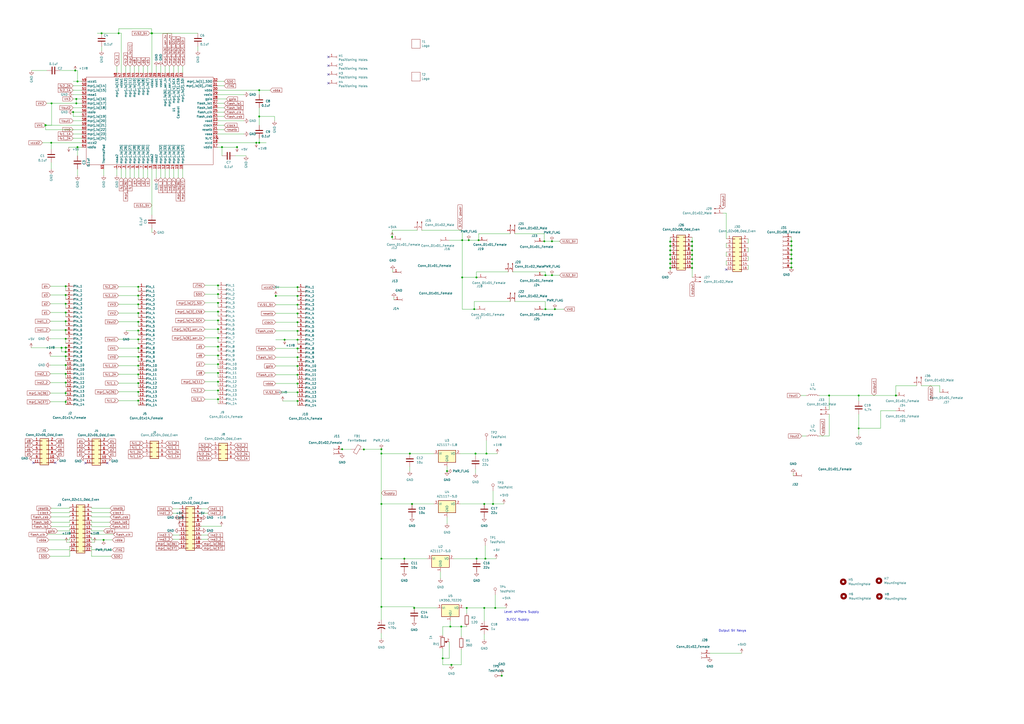
<source format=kicad_sch>
(kicad_sch (version 20211123) (generator eeschema)
  (paper "A2")
  (junction (at 221.2252 292.3329))
  (junction (at 38.1081 221.9214))
  (junction (at 401.4716 152.866))
  (junction (at 401.4716 147.786))
  (junction (at 172.6052 222.4543))
  (junction (at 80.1978 166.357))
  (junction (at 68.8256 19.304))
  (junction (at 80.1978 217.157))
  (junction (at 221.2252 263.1229))
  (junction (at 388.7716 147.786))
  (junction (at 35.7053 201.7241))
  (junction (at 276.3734 160.922))
  (junction (at 388.7716 152.866))
  (junction (at 128.778 85.344))
  (junction (at 321.8731 179.337))
  (junction (at 259.3252 273.2829))
  (junction (at 126.4699 170.6179))
  (junction (at 480.9617 229.4195))
  (junction (at 38.1851 201.7241))
  (junction (at 44.958 85.344))
  (junction (at 38.1081 196.5214))
  (junction (at 29.718 82.804))
  (junction (at 401.4716 155.406))
  (junction (at 459.0831 155.1983))
  (junction (at 38.1081 206.6814))
  (junction (at 271.9284 139.332))
  (junction (at 88.138 19.304))
  (junction (at 268.1184 139.332))
  (junction (at 498.1067 229.4195))
  (junction (at 498.1067 248.4695))
  (junction (at 44.958 47.244))
  (junction (at 401.4716 150.326))
  (junction (at 459.0831 147.5783))
  (junction (at 234.5602 324.0829))
  (junction (at 126.4699 211.2579))
  (junction (at 240.2752 352.6579))
  (junction (at 388.7716 155.406))
  (junction (at 60.1126 313.2007))
  (junction (at 315.7434 139.967))
  (junction (at 38.1081 204.1414))
  (junction (at 44.275 59.944))
  (junction (at 38.1081 211.7614))
  (junction (at 459.0831 152.6583))
  (junction (at 126.4699 221.4179))
  (junction (at 459.0831 139.9583))
  (junction (at 320.1884 159.652))
  (junction (at 172.6052 212.2943))
  (junction (at 172.6052 202.1343))
  (junction (at 38.1081 228.0163))
  (junction (at 268.1184 160.922))
  (junction (at 126.4699 175.6979))
  (junction (at 80.1978 196.837))
  (junction (at 80.1978 222.237))
  (junction (at 80.1978 191.757))
  (junction (at 237.7352 263.1229))
  (junction (at 221.2252 352.0229))
  (junction (at 277.6434 139.332))
  (junction (at 80.1978 227.317))
  (junction (at 401.4716 145.246))
  (junction (at 172.6052 191.9743))
  (junction (at 221.2252 260.5829))
  (junction (at 126.4699 201.0979))
  (junction (at 172.6052 176.7343))
  (junction (at 459.0831 150.1183))
  (junction (at 150.368 67.564))
  (junction (at 38.1081 181.2814))
  (junction (at 316.3784 179.337))
  (junction (at 172.6052 197.0543))
  (junction (at 261.2302 363.4529))
  (junction (at 388.7716 145.246))
  (junction (at 80.1978 176.517))
  (junction (at 150.368 52.324))
  (junction (at 275.8352 263.1229))
  (junction (at 126.4699 226.4979))
  (junction (at 282.1852 263.1229))
  (junction (at 172.6052 186.8943))
  (junction (at 320.1884 139.967))
  (junction (at 38.1081 191.4414))
  (junction (at 80.1978 206.997))
  (junction (at 172.6052 181.8143))
  (junction (at 172.6052 207.2143))
  (junction (at 280.9152 352.6579))
  (junction (at 26.4088 72.6199))
  (junction (at 172.6052 217.3743))
  (junction (at 172.6052 232.6143))
  (junction (at 42.418 65.024))
  (junction (at 261.8652 385.6779))
  (junction (at 126.4699 190.9379))
  (junction (at 80.1978 212.077))
  (junction (at 211.0657 260.6993))
  (junction (at 270.7552 352.6579))
  (junction (at 29.8977 59.944))
  (junction (at 58.928 19.304))
  (junction (at 38.1081 166.0414))
  (junction (at 150.368 82.804))
  (junction (at 126.4699 180.7779))
  (junction (at 80.1978 181.597))
  (junction (at 126.4699 231.5779))
  (junction (at 172.6052 166.5743))
  (junction (at 285.9952 292.3329))
  (junction (at 43.6544 40.894))
  (junction (at 316.3784 159.652))
  (junction (at 38.1081 201.6014))
  (junction (at 44.275 57.404))
  (junction (at 291.0504 391.9961))
  (junction (at 459.0831 142.4983))
  (junction (at 388.7716 140.166))
  (junction (at 401.4716 142.706))
  (junction (at 239.0052 292.3329))
  (junction (at 126.4699 185.8579))
  (junction (at 148.6841 82.804))
  (junction (at 137.51 85.344))
  (junction (at 388.7716 150.326))
  (junction (at 126.4699 196.0179))
  (junction (at 275.1034 179.337))
  (junction (at 38.1081 233.0963))
  (junction (at 198.468 260.5829))
  (junction (at 287.2652 352.6579))
  (junction (at 159.9637 171.6543))
  (junction (at 38.1081 176.2014))
  (junction (at 38.1081 186.3614))
  (junction (at 172.6052 227.5343))
  (junction (at 519.6967 229.4195))
  (junction (at 126.4699 216.3379))
  (junction (at 38.1081 216.8414))
  (junction (at 87.906 19.304))
  (junction (at 38.1081 171.1214))
  (junction (at 267.5802 363.4529))
  (junction (at 276.4702 324.0829))
  (junction (at 221.2252 324.0829))
  (junction (at 165.084 197.0543))
  (junction (at 388.7716 142.706))
  (junction (at 280.9152 292.3329))
  (junction (at 256.7852 381.8679))
  (junction (at 126.4699 206.1779))
  (junction (at 80.1978 186.677))
  (junction (at 401.4716 140.166))
  (junction (at 80.1978 232.397))
  (junction (at 172.6052 171.6543))
  (junction (at 26.4088 72.6667))
  (junction (at 459.0831 145.0383))
  (junction (at 281.5502 324.0829))
  (junction (at 126.4699 165.5379))
  (junction (at 227.4784 137.427))
  (junction (at 80.1978 171.437))
  (junction (at 80.1978 201.917))
  (no_connect (at 49.5653 268.5773))
  (no_connect (at 421.2687 156.3474))
  (no_connect (at 190.5 43.18))
  (no_connect (at 32.0727 268.4287))
  (no_connect (at 19.3727 268.4287))
  (no_connect (at 190.5 48.26))
  (no_connect (at 190.5 38.1))
  (no_connect (at 62.2653 268.5773))
  (no_connect (at 190.5 33.02))
  (wire (pts (xy 80.1978 232.397) (xy 80.1978 234.937)))
  (wire (pts (xy 118.8499 216.3379) (xy 126.4699 216.3379)))
  (wire (pts (xy 401.4716 155.406) (xy 401.4716 160.8374)))
  (wire (pts (xy 221.2252 263.1229) (xy 221.2252 292.3329)))
  (wire (pts (xy 266.9452 292.3329) (xy 280.9152 292.3329)))
  (wire (pts (xy 277.6434 135.522) (xy 277.6434 139.332)))
  (wire (pts (xy 53.0916 310.0257) (xy 65.7916 310.0257)))
  (wire (pts (xy 100.838 38.354) (xy 100.838 42.164)))
  (wire (pts (xy 60.1126 313.2007) (xy 65.1566 313.2007)))
  (wire (pts (xy 411.8017 378.9113) (xy 430.2167 378.9113)))
  (wire (pts (xy 44.958 85.344) (xy 44.958 90.424)))
  (wire (pts (xy 83.058 103.124) (xy 83.058 98.044)))
  (wire (pts (xy 159.9052 181.8143) (xy 172.6052 181.8143)))
  (wire (pts (xy 388.7716 152.866) (xy 388.7716 155.406)))
  (wire (pts (xy 260.5952 381.8679) (xy 256.7852 381.8679)))
  (wire (pts (xy 126.4699 193.4779) (xy 126.4699 190.9379)))
  (wire (pts (xy 388.7716 145.246) (xy 388.7716 147.786)))
  (wire (pts (xy 421.2687 138.5674) (xy 421.2687 123.6093)))
  (wire (pts (xy 53.0916 318.9157) (xy 53.0916 317.0107)))
  (wire (pts (xy 118.8499 170.6179) (xy 126.4699 170.6179)))
  (wire (pts (xy 401.4716 150.326) (xy 401.4716 152.866)))
  (wire (pts (xy 159.9052 176.7343) (xy 172.6052 176.7343)))
  (wire (pts (xy 68.7678 206.997) (xy 80.1978 206.997)))
  (wire (pts (xy 401.4716 137.626) (xy 401.4716 140.166)))
  (wire (pts (xy 519.6967 223.7132) (xy 519.6967 229.4195)))
  (wire (pts (xy 44.958 98.044) (xy 44.958 101.854)))
  (wire (pts (xy 29.718 82.804) (xy 47.498 82.804)))
  (wire (pts (xy 131.318 57.404) (xy 126.238 57.404)))
  (wire (pts (xy 388.7716 140.166) (xy 388.7716 142.706)))
  (wire (pts (xy 47.498 77.724) (xy 42.418 77.724)))
  (wire (pts (xy 276.3734 160.922) (xy 277.0084 160.922)))
  (wire (pts (xy 47.498 62.484) (xy 42.418 62.484)))
  (wire (pts (xy 159.9052 202.1343) (xy 172.6052 202.1343)))
  (wire (pts (xy 44.275 59.944) (xy 44.275 57.404)))
  (wire (pts (xy 287.2652 352.6579) (xy 293.6152 352.6579)))
  (wire (pts (xy 118.8499 231.5779) (xy 126.4699 231.5779)))
  (wire (pts (xy 80.1978 176.517) (xy 68.7678 176.517)))
  (wire (pts (xy 126.4699 226.4979) (xy 126.4699 229.0379)))
  (wire (pts (xy 280.9152 367.8979) (xy 280.9152 371.0729)))
  (wire (pts (xy 172.6052 219.9143) (xy 172.6052 217.3743)))
  (wire (pts (xy 87.906 19.304) (xy 87.906 16.6445)))
  (wire (pts (xy 38.1081 206.6814) (xy 38.1081 209.2214)))
  (wire (pts (xy 26.4088 75.184) (xy 47.498 75.184)))
  (wire (pts (xy 172.6052 179.2743) (xy 172.6052 176.7343)))
  (wire (pts (xy 480.9617 229.4195) (xy 498.1067 229.4195)))
  (wire (pts (xy 267.5802 376.7879) (xy 267.5802 385.6779)))
  (wire (pts (xy 421.2687 123.6093) (xy 419.3908 123.6093)))
  (wire (pts (xy 172.6052 166.5743) (xy 159.9052 166.5743)))
  (wire (pts (xy 38.1081 228.0163) (xy 29.2181 228.0163)))
  (wire (pts (xy 44.275 57.404) (xy 47.498 57.404)))
  (wire (pts (xy 47.498 72.644) (xy 26.4088 72.6667)))
  (wire (pts (xy 29.8977 59.944) (xy 29.8977 72.6199)))
  (wire (pts (xy 150.368 67.564) (xy 159.258 67.564)))
  (wire (pts (xy 388.7716 137.626) (xy 388.7716 140.166)))
  (wire (pts (xy 93.218 103.124) (xy 93.218 98.044)))
  (wire (pts (xy 98.298 103.124) (xy 98.298 98.044)))
  (wire (pts (xy 172.6052 209.7543) (xy 172.6052 207.2143)))
  (wire (pts (xy 126.238 52.324) (xy 150.368 52.324)))
  (wire (pts (xy 459.0831 139.9583) (xy 459.0831 142.4983)))
  (wire (pts (xy 87.906 19.304) (xy 86.868 19.304)))
  (wire (pts (xy 280.9152 352.6579) (xy 287.2652 352.6579)))
  (wire (pts (xy 159.9052 191.9743) (xy 172.6052 191.9743)))
  (wire (pts (xy 126.4699 211.2579) (xy 126.4699 213.7979)))
  (wire (pts (xy 118.8499 180.7779) (xy 126.4699 180.7779)))
  (wire (pts (xy 38.1081 232.0814) (xy 38.1081 233.0963)))
  (wire (pts (xy 40.3916 306.8507) (xy 40.3916 307.9872)))
  (wire (pts (xy 29.2181 233.0963) (xy 38.1081 233.0963)))
  (wire (pts (xy 53.0916 319.5507) (xy 53.0916 322.7257)))
  (wire (pts (xy 80.1978 166.357) (xy 80.1978 168.897)))
  (wire (pts (xy 80.1978 191.757) (xy 73.1435 191.762)))
  (wire (pts (xy 251.7052 263.1229) (xy 237.7352 263.1229)))
  (wire (pts (xy 28.3266 313.2007) (xy 40.3916 313.2007)))
  (wire (pts (xy 227.8238 156.6605) (xy 227.8238 157.9305)))
  (wire (pts (xy 88.138 132.334) (xy 88.138 134.874)))
  (wire (pts (xy 464.4517 229.4195) (xy 467.6267 229.4195)))
  (wire (pts (xy 221.2252 292.3329) (xy 239.0052 292.3329)))
  (wire (pts (xy 276.4702 324.0829) (xy 281.5502 324.0829)))
  (wire (pts (xy 68.7678 217.157) (xy 80.1978 217.157)))
  (wire (pts (xy 68.8256 19.304) (xy 58.928 19.304)))
  (wire (pts (xy 221.2252 263.1229) (xy 221.2252 260.5829)))
  (wire (pts (xy 475.2467 252.9145) (xy 480.9617 252.9145)))
  (wire (pts (xy 275.1034 179.337) (xy 276.3734 179.337)))
  (wire (pts (xy 281.5502 324.0829) (xy 287.9002 324.0829)))
  (wire (pts (xy 42.418 65.024) (xy 47.498 65.024)))
  (wire (pts (xy 80.1978 212.077) (xy 80.1978 214.617)))
  (wire (pts (xy 268.1184 133.617) (xy 268.1184 139.332)))
  (wire (pts (xy 88.138 19.304) (xy 114.808 19.304)))
  (wire (pts (xy 29.2181 186.3614) (xy 38.1081 186.3614)))
  (wire (pts (xy 77.978 103.124) (xy 77.978 98.044)))
  (wire (pts (xy 105.918 103.124) (xy 105.918 98.044)))
  (wire (pts (xy 100.2213 310.3555) (xy 104.0313 310.3555)))
  (wire (pts (xy 270.7552 352.6579) (xy 280.9152 352.6579)))
  (wire (pts (xy 211.0657 260.5829) (xy 221.2252 260.5829)))
  (wire (pts (xy 465.0867 252.9145) (xy 467.6267 252.9145)))
  (wire (pts (xy 275.1034 174.892) (xy 275.1034 179.337)))
  (wire (pts (xy 80.1978 181.597) (xy 68.7678 181.597)))
  (wire (pts (xy 87.906 16.6445) (xy 68.8256 16.6445)))
  (wire (pts (xy 460.1008 274.6454) (xy 460.1008 275.9154)))
  (wire (pts (xy 459.0831 142.4983) (xy 459.0831 145.0383)))
  (wire (pts (xy 38.1081 196.5214) (xy 29.2181 196.5214)))
  (wire (pts (xy 58.928 19.304) (xy 56.388 19.304)))
  (wire (pts (xy 100.838 103.124) (xy 100.838 98.044)))
  (wire (pts (xy 156.718 52.324) (xy 150.368 52.324)))
  (wire (pts (xy 65.1566 318.9157) (xy 53.0916 318.9157)))
  (wire (pts (xy 148.6841 82.804) (xy 126.238 82.804)))
  (wire (pts (xy 80.1978 201.917) (xy 68.7678 201.917)))
  (wire (pts (xy 388.7716 150.326) (xy 388.7716 152.866)))
  (wire (pts (xy 128.778 85.344) (xy 126.238 85.344)))
  (wire (pts (xy 47.498 67.564) (xy 42.418 67.564)))
  (wire (pts (xy 29.8977 72.6199) (xy 26.4088 72.6199)))
  (wire (pts (xy 83.058 38.354) (xy 83.058 42.164)))
  (wire (pts (xy 29.8977 59.944) (xy 44.275 59.944)))
  (wire (pts (xy 38.1081 166.0414) (xy 38.1081 168.5814)))
  (wire (pts (xy 263.1352 324.0829) (xy 276.4702 324.0829)))
  (wire (pts (xy 70.358 42.164) (xy 70.358 19.304)))
  (wire (pts (xy 276.3734 157.747) (xy 276.3734 160.922)))
  (wire (pts (xy 433.9687 143.6474) (xy 433.9687 146.1874)))
  (wire (pts (xy 88.138 98.044) (xy 88.138 124.714)))
  (wire (pts (xy 105.918 42.164) (xy 105.918 38.354)))
  (wire (pts (xy 159.9052 186.8943) (xy 172.6052 186.8943)))
  (wire (pts (xy 211.0657 260.5829) (xy 211.0657 260.6993)))
  (wire (pts (xy 80.518 38.354) (xy 80.518 42.164)))
  (wire (pts (xy 63.8866 299.8657) (xy 53.0916 299.8657)))
  (wire (pts (xy 47.498 49.784) (xy 42.418 49.784)))
  (wire (pts (xy 118.8499 190.9379) (xy 126.4699 190.9379)))
  (wire (pts (xy 268.8502 352.6579) (xy 270.7552 352.6579)))
  (wire (pts (xy 261.2302 363.4529) (xy 267.5802 363.4529)))
  (wire (pts (xy 126.4699 178.2379) (xy 126.4699 175.6979)))
  (wire (pts (xy 118.8499 211.2579) (xy 126.4699 211.2579)))
  (wire (pts (xy 327.1734 179.337) (xy 321.8731 179.337)))
  (wire (pts (xy 320.1884 159.652) (xy 324.6334 159.652)))
  (wire (pts (xy 260.5952 372.3429) (xy 260.5952 381.8679)))
  (wire (pts (xy 80.1978 171.437) (xy 80.1978 173.977)))
  (wire (pts (xy 44.958 85.344) (xy 47.498 85.344)))
  (wire (pts (xy 142.748 90.424) (xy 136.398 90.424)))
  (wire (pts (xy 150.368 62.484) (xy 150.368 67.564)))
  (wire (pts (xy 29.7775 305.4474) (xy 40.3916 305.4474)))
  (wire (pts (xy 39.878 85.344) (xy 44.958 85.344)))
  (wire (pts (xy 44.275 59.944) (xy 47.498 59.944)))
  (wire (pts (xy 268.1184 160.922) (xy 276.3734 160.922)))
  (wire (pts (xy 29.718 82.804) (xy 24.638 82.804)))
  (wire (pts (xy 28.9616 322.7257) (xy 40.3916 322.7257)))
  (wire (pts (xy 270.7552 352.6579) (xy 270.7552 355.8329)))
  (wire (pts (xy 172.6052 169.1143) (xy 172.6052 166.5743)))
  (wire (pts (xy 388.7716 147.786) (xy 388.7716 150.326)))
  (wire (pts (xy 275.8352 263.1229) (xy 282.1852 263.1229)))
  (wire (pts (xy 40.3916 319.5507) (xy 40.3916 322.7257)))
  (wire (pts (xy 43.6544 40.894) (xy 34.798 40.894)))
  (wire (pts (xy 60.198 98.044) (xy 60.198 101.854)))
  (wire (pts (xy 53.0916 302.9074) (xy 53.0916 301.7707)))
  (wire (pts (xy 44.958 47.244) (xy 47.498 47.244)))
  (wire (pts (xy 38.1081 221.9214) (xy 38.1081 224.4614)))
  (wire (pts (xy 268.1184 160.922) (xy 268.1184 179.337)))
  (wire (pts (xy 159.9052 207.2143) (xy 172.6052 207.2143)))
  (wire (pts (xy 271.9284 139.332) (xy 277.6434 139.332)))
  (wire (pts (xy 114.808 29.464) (xy 114.808 26.924)))
  (wire (pts (xy 256.7852 363.4529) (xy 261.2302 363.4529)))
  (wire (pts (xy 421.2687 146.1874) (xy 421.2687 148.7274)))
  (wire (pts (xy 296.0584 174.892) (xy 275.1034 174.892)))
  (wire (pts (xy 459.0831 152.6583) (xy 459.0831 155.1983)))
  (wire (pts (xy 433.9687 148.7274) (xy 433.9687 151.2674)))
  (wire (pts (xy 163.3175 227.5343) (xy 172.6052 227.5343)))
  (wire (pts (xy 18.035 201.7241) (xy 35.7053 201.7241)))
  (wire (pts (xy 38.1081 216.8414) (xy 38.1081 219.3814)))
  (wire (pts (xy 130.048 67.564) (xy 126.238 67.564)))
  (wire (pts (xy 150.368 67.564) (xy 150.368 72.644)))
  (wire (pts (xy 80.1978 166.357) (xy 68.7678 166.357)))
  (wire (pts (xy 296.0584 135.522) (xy 277.6434 135.522)))
  (wire (pts (xy 70.358 19.304) (xy 68.8256 19.304)))
  (wire (pts (xy 42.418 65.024) (xy 42.418 67.564)))
  (wire (pts (xy 40.3916 297.3257) (xy 40.3916 296.6907)))
  (wire (pts (xy 29.718 82.804) (xy 29.718 86.614)))
  (wire (pts (xy 120.5413 312.8955) (xy 116.7313 312.8955)))
  (wire (pts (xy 172.6052 230.0743) (xy 172.6052 227.5343)))
  (wire (pts (xy 221.2252 359.6429) (xy 221.2252 352.0229)))
  (wire (pts (xy 227.4784 137.427) (xy 227.4784 138.697)))
  (wire (pts (xy 68.7678 232.397) (xy 80.1978 232.397)))
  (wire (pts (xy 53.0916 299.8657) (xy 53.0916 299.2307)))
  (wire (pts (xy 388.7716 142.706) (xy 388.7716 145.246)))
  (wire (pts (xy 120.5413 310.3555) (xy 116.7313 310.3555)))
  (wire (pts (xy 88.138 19.304) (xy 88.138 42.164)))
  (wire (pts (xy 53.0916 304.3107) (xy 53.0916 305.4474)))
  (wire (pts (xy 141.478 54.864) (xy 126.238 54.864)))
  (wire (pts (xy 38.1081 206.6814) (xy 29.2181 206.6814)))
  (wire (pts (xy 38.1081 176.2014) (xy 38.1081 178.7414)))
  (wire (pts (xy 498.1067 252.2795) (xy 498.1067 248.4695)))
  (wire (pts (xy 120.5413 297.6555) (xy 116.7313 297.6555)))
  (wire (pts (xy 128.778 85.344) (xy 137.51 85.344)))
  (wire (pts (xy 53.0916 313.2007) (xy 53.0916 311.9307)))
  (wire (pts (xy 159.9052 197.0543) (xy 165.084 197.0543)))
  (wire (pts (xy 259.3252 270.7429) (xy 259.3252 273.2829)))
  (wire (pts (xy 244.6234 133.617) (xy 268.1184 133.617)))
  (wire (pts (xy 172.6052 184.3543) (xy 172.6052 181.8143)))
  (wire (pts (xy 316.3784 179.337) (xy 315.1084 179.337)))
  (wire (pts (xy 98.298 38.354) (xy 98.298 42.164)))
  (wire (pts (xy 100.2213 295.1155) (xy 104.0313 295.1155)))
  (wire (pts (xy 130.048 49.784) (xy 126.238 49.784)))
  (wire (pts (xy 128.4825 305.2755) (xy 116.7313 305.2755)))
  (wire (pts (xy 433.9687 153.8074) (xy 433.9687 156.3474)))
  (wire (pts (xy 118.8499 226.4979) (xy 126.4699 226.4979)))
  (wire (pts (xy 172.6052 214.8343) (xy 172.6052 212.2943)))
  (wire (pts (xy 35.7053 201.7241) (xy 38.1851 201.7241)))
  (wire (pts (xy 130.048 62.484) (xy 126.238 62.484)))
  (wire (pts (xy 93.218 38.354) (xy 93.218 42.164)))
  (wire (pts (xy 126.4699 221.4179) (xy 126.4699 223.9579)))
  (wire (pts (xy 72.898 103.124) (xy 72.898 98.044)))
  (wire (pts (xy 29.5966 297.3257) (xy 40.3916 297.3257)))
  (wire (pts (xy 130.048 59.944) (xy 126.238 59.944)))
  (wire (pts (xy 53.0916 314.4707) (xy 54.9354 314.4707)))
  (wire (pts (xy 237.7352 270.7429) (xy 237.7352 273.2829)))
  (wire (pts (xy 150.368 52.324) (xy 150.368 54.864)))
  (wire (pts (xy 287.2652 345.0379) (xy 287.2652 352.6579)))
  (wire (pts (xy 42.418 47.244) (xy 44.958 47.244)))
  (wire (pts (xy 268.1184 139.332) (xy 271.9284 139.332)))
  (wire (pts (xy 80.1978 217.157) (xy 80.1978 219.697)))
  (wire (pts (xy 47.498 80.264) (xy 42.418 80.264)))
  (wire (pts (xy 29.2181 176.2014) (xy 38.1081 176.2014)))
  (wire (pts (xy 270.7552 363.4529) (xy 267.5802 363.4529)))
  (wire (pts (xy 26.4088 75.184) (xy 26.4088 72.6667)))
  (wire (pts (xy 85.598 38.354) (xy 85.598 42.164)))
  (wire (pts (xy 198.468 260.6993) (xy 198.468 260.5829)))
  (wire (pts (xy 40.3916 318.9157) (xy 40.3916 317.0107)))
  (wire (pts (xy 221.2252 367.2629) (xy 221.2252 370.4379)))
  (wire (pts (xy 38.1081 191.4414) (xy 38.1081 193.9814)))
  (wire (pts (xy 315.1084 139.967) (xy 315.7434 139.967)))
  (wire (pts (xy 80.1978 196.837) (xy 68.7678 196.837)))
  (wire (pts (xy 38.1081 211.7614) (xy 38.1081 214.3014)))
  (wire (pts (xy 165.084 197.0543) (xy 172.6052 197.0543)))
  (wire (pts (xy 267.5802 363.4529) (xy 267.5802 369.1679)))
  (wire (pts (xy 280.9152 360.2779) (xy 280.9152 352.6579)))
  (wire (pts (xy 44.958 40.894) (xy 43.6544 40.894)))
  (wire (pts (xy 128.778 85.344) (xy 128.778 90.424)))
  (wire (pts (xy 35.7053 204.1414) (xy 38.1081 204.1414)))
  (wire (pts (xy 29.2181 216.8414) (xy 38.1081 216.8414)))
  (wire (pts (xy 103.378 38.354) (xy 103.378 42.164)))
  (wire (pts (xy 320.1884 139.967) (xy 324.6334 139.967)))
  (wire (pts (xy 53.0916 306.8507) (xy 53.0916 307.9872)))
  (wire (pts (xy 203.4457 260.6993) (xy 198.468 260.6993)))
  (wire (pts (xy 33.3869 307.9872) (xy 40.3916 307.9872)))
  (wire (pts (xy 480.9617 240.2145) (xy 480.9617 252.9145)))
  (wire (pts (xy 401.4716 140.166) (xy 401.4716 142.706)))
  (wire (pts (xy 255.5152 335.5129) (xy 255.5152 331.7029)))
  (wire (pts (xy 75.438 103.124) (xy 75.438 98.044)))
  (wire (pts (xy 35.7053 201.7241) (xy 35.7053 204.1414)))
  (wire (pts (xy 29.2181 166.0414) (xy 38.1081 166.0414)))
  (wire (pts (xy 80.1978 171.437) (xy 68.7678 171.437)))
  (wire (pts (xy 47.498 70.104) (xy 42.418 70.104)))
  (wire (pts (xy 58.928 29.464) (xy 58.928 26.924)))
  (wire (pts (xy 29.7775 302.9074) (xy 40.3916 302.9074)))
  (wire (pts (xy 137.51 85.344) (xy 137.668 85.344)))
  (wire (pts (xy 42.418 57.404) (xy 44.275 57.404)))
  (wire (pts (xy 67.818 38.354) (xy 67.818 42.164)))
  (wire (pts (xy 118.8499 196.0179) (xy 126.4699 196.0179)))
  (wire (pts (xy 29.2181 181.2814) (xy 38.1081 181.2814)))
  (wire (pts (xy 316.3784 159.652) (xy 320.1884 159.652)))
  (wire (pts (xy 40.3916 299.8657) (xy 40.3916 299.2307)))
  (wire (pts (xy 280.9152 292.3329) (xy 285.9952 292.3329)))
  (wire (pts (xy 44.958 47.244) (xy 44.958 40.894)))
  (wire (pts (xy 38.1081 201.6014) (xy 38.1081 204.1414)))
  (wire (pts (xy 53.0916 310.0257) (xy 53.0916 309.3907)))
  (wire (pts (xy 459.0831 150.1183) (xy 459.0831 152.6583)))
  (wire (pts (xy 60.0963 307.9872) (xy 53.0916 307.9872)))
  (wire (pts (xy 150.368 82.804) (xy 148.6841 82.804)))
  (wire (pts (xy 234.5602 324.0829) (xy 247.8952 324.0829)))
  (wire (pts (xy 126.4699 216.3379) (xy 126.4699 218.8779)))
  (wire (pts (xy 80.1978 191.757) (xy 80.1978 194.297)))
  (wire (pts (xy 40.3916 313.2007) (xy 40.3916 311.9307)))
  (wire (pts (xy 221.2252 324.0829) (xy 221.2252 352.0229)))
  (wire (pts (xy 298.5984 135.522) (xy 315.7434 135.522)))
  (wire (pts (xy 163.972 232.6143) (xy 172.6052 232.6143)))
  (wire (pts (xy 103.378 103.124) (xy 103.378 98.044)))
  (wire (pts (xy 38.1081 233.0963) (xy 38.1081 234.6214)))
  (wire (pts (xy 38.1081 186.3614) (xy 38.1081 188.9014)))
  (wire (pts (xy 80.1978 222.237) (xy 80.1978 224.777)))
  (wire (pts (xy 120.5413 295.1155) (xy 116.7313 295.1155)))
  (wire (pts (xy 63.7057 302.9074) (xy 53.0916 302.9074)))
  (wire (pts (xy 256.7852 385.6779) (xy 261.8652 385.6779)))
  (wire (pts (xy 53.0916 313.2007) (xy 60.1126 313.2007)))
  (wire (pts (xy 40.3916 310.0257) (xy 27.6916 310.0257)))
  (wire (pts (xy 159.9052 212.2943) (xy 172.6052 212.2943)))
  (wire (pts (xy 118.8499 221.4179) (xy 126.4699 221.4179)))
  (wire (pts (xy 261.8652 385.6779) (xy 267.5802 385.6779)))
  (wire (pts (xy 401.4716 147.786) (xy 401.4716 150.326)))
  (wire (pts (xy 228.5229 172.6381) (xy 228.5229 173.9081)))
  (wire (pts (xy 42.418 54.864) (xy 47.498 54.864)))
  (wire (pts (xy 240.2752 352.6579) (xy 253.6102 352.6579)))
  (wire (pts (xy 68.7678 227.317) (xy 80.1978 227.317)))
  (wire (pts (xy 80.1978 186.677) (xy 80.1978 189.217)))
  (wire (pts (xy 38.1081 181.2814) (xy 38.1081 183.8214)))
  (wire (pts (xy 126.4699 183.3179) (xy 126.4699 180.7779)))
  (wire (pts (xy 126.4699 168.0779) (xy 126.4699 165.5379)))
  (wire (pts (xy 172.6052 194.5143) (xy 172.6052 191.9743)))
  (wire (pts (xy 40.3916 314.4707) (xy 38.5478 314.4707)))
  (wire (pts (xy 80.1978 222.237) (xy 68.7678 222.237)))
  (wire (pts (xy 459.0831 137.4183) (xy 459.0831 139.9583)))
  (wire (pts (xy 459.0831 145.0383) (xy 459.0831 147.5783)))
  (wire (pts (xy 268.1184 179.337) (xy 275.1034 179.337)))
  (wire (pts (xy 80.1978 196.837) (xy 80.1978 199.377)))
  (wire (pts (xy 221.2252 263.1229) (xy 237.7352 263.1229)))
  (wire (pts (xy 531.8228 223.7132) (xy 519.6967 223.7132)))
  (wire (pts (xy 159.9052 222.4543) (xy 172.6052 222.4543)))
  (wire (pts (xy 64.5216 322.7257) (xy 53.0916 322.7257)))
  (wire (pts (xy 95.758 38.354) (xy 95.758 42.164)))
  (wire (pts (xy 480.9617 229.4195) (xy 480.9617 237.6745)))
  (wire (pts (xy 401.4716 152.866) (xy 401.4716 155.406)))
  (wire (pts (xy 285.9952 292.3329) (xy 292.3452 292.3329)))
  (wire (pts (xy 316.3784 174.892) (xy 316.3784 179.337)))
  (wire (pts (xy 18.288 40.894) (xy 27.178 40.894)))
  (wire (pts (xy 67.818 98.044) (xy 67.818 101.854)))
  (wire (pts (xy 172.6052 204.6743) (xy 172.6052 202.1343)))
  (wire (pts (xy 130.048 65.024) (xy 126.238 65.024)))
  (wire (pts (xy 498.1067 229.4195) (xy 519.6967 229.4195)))
  (wire (pts (xy 172.6052 189.4343) (xy 172.6052 186.8943)))
  (wire (pts (xy 256.7852 376.1529) (xy 256.7852 381.8679)))
  (wire (pts (xy 281.5502 316.4629) (xy 281.5502 324.0829)))
  (wire (pts (xy 221.2252 292.3329) (xy 221.2252 324.0829)))
  (wire (pts (xy 275.8352 272.0129) (xy 275.8352 274.5529)))
  (wire (pts (xy 40.3916 302.9074) (xy 40.3916 301.7707)))
  (wire (pts (xy 29.2181 191.4414) (xy 38.1081 191.4414)))
  (wire (pts (xy 150.368 80.264) (xy 150.368 82.804)))
  (wire (pts (xy 38.1081 196.5214) (xy 38.1081 199.0614)))
  (wire (pts (xy 159.9637 171.6543) (xy 172.6052 171.6543)))
  (wire (pts (xy 130.048 47.244) (xy 126.238 47.244)))
  (wire (pts (xy 80.1978 201.917) (xy 80.1978 204.457)))
  (wire (pts (xy 118.8499 175.6979) (xy 126.4699 175.6979)))
  (wire (pts (xy 141.478 77.724) (xy 126.238 77.724)))
  (wire (pts (xy 259.3252 303.7629) (xy 259.3252 299.9529)))
  (wire (pts (xy 534.3628 223.7132) (xy 545.1077 223.7132)))
  (wire (pts (xy 510.8067 238.3095) (xy 510.8067 248.4695)))
  (wire (pts (xy 29.5966 299.8657) (xy 40.3916 299.8657)))
  (wire (pts (xy 118.8499 206.1779) (xy 126.4699 206.1779)))
  (wire (pts (xy 141.478 70.104) (xy 126.238 70.104)))
  (wire (pts (xy 315.1084 159.652) (xy 316.3784 159.652)))
  (wire (pts (xy 100.2213 312.8955) (xy 104.0313 312.8955)))
  (wire (pts (xy 75.438 38.354) (xy 75.438 42.164)))
  (wire (pts (xy 26.4088 72.6199) (xy 26.4088 72.6667)))
  (wire (pts (xy 261.2302 360.2779) (xy 261.2302 363.4529)))
  (wire (pts (xy 118.8499 165.5379) (xy 126.4699 165.5379)))
  (wire (pts (xy 63.8866 297.3257) (xy 53.0916 297.3257)))
  (wire (pts (xy 80.518 103.124) (xy 80.518 98.044)))
  (wire (pts (xy 40.3916 304.3107) (xy 40.3916 305.4474)))
  (wire (pts (xy 498.1067 248.4695) (xy 510.8067 248.4695)))
  (wire (pts (xy 297.3284 157.747) (xy 316.3784 157.747)))
  (wire (pts (xy 282.1852 255.5029) (xy 282.1852 263.1229)))
  (wire (pts (xy 316.3784 157.747) (xy 316.3784 159.652)))
  (wire (pts (xy 53.0916 297.3257) (xy 53.0916 296.6907)))
  (wire (pts (xy 126.4699 208.7179) (xy 126.4699 206.1779)))
  (wire (pts (xy 29.5966 294.7857) (xy 40.3916 294.7857)))
  (wire (pts (xy 401.4716 142.706) (xy 401.4716 145.246)))
  (wire (pts (xy 85.598 103.124) (xy 85.598 98.044)))
  (wire (pts (xy 260.4984 139.332) (xy 268.1184 139.332)))
  (wire (pts (xy 242.0834 133.617) (xy 227.4784 133.617)))
  (wire (pts (xy 291.0504 391.9961) (xy 291.0504 392.1011)))
  (wire (pts (xy 118.8499 201.0979) (xy 126.4699 201.0979)))
  (wire (pts (xy 90.678 98.044) (xy 90.678 103.124)))
  (wire (pts (xy 154.417 82.804) (xy 150.368 82.804)))
  (wire (pts (xy 118.8499 185.8579) (xy 126.4699 185.8579)))
  (wire (pts (xy 80.1978 186.677) (xy 68.7678 186.677)))
  (wire (pts (xy 421.2687 151.2674) (xy 421.2687 153.8074)))
  (wire (pts (xy 40.3916 294.7857) (xy 40.3916 294.1507)))
  (wire (pts (xy 256.7852 381.8679) (xy 256.7852 385.6779)))
  (wire (pts (xy 234.5602 324.0829) (xy 221.2252 324.0829)))
  (wire (pts (xy 29.2181 221.9214) (xy 38.1081 221.9214)))
  (wire (pts (xy 27.0588 59.944) (xy 29.8977 59.944)))
  (wire (pts (xy 159.9052 171.6543) (xy 159.9637 171.6543)))
  (wire (pts (xy 68.8256 16.6445) (xy 68.8256 19.304)))
  (wire (pts (xy 88.138 19.304) (xy 87.906 19.304)))
  (wire (pts (xy 38.1081 171.1214) (xy 38.1081 173.6614)))
  (wire (pts (xy 475.2467 229.4195) (xy 480.9617 229.4195)))
  (wire (pts (xy 70.358 103.124) (xy 70.358 98.044)))
  (wire (pts (xy 95.758 103.124) (xy 95.758 98.044)))
  (wire (pts (xy 172.6052 224.9943) (xy 172.6052 222.4543)))
  (wire (pts (xy 80.1978 212.077) (xy 68.7678 212.077)))
  (wire (pts (xy 388.7716 156.676) (xy 388.7716 155.406)))
  (wire (pts (xy 172.6052 199.5943) (xy 172.6052 197.0543)))
  (wire (pts (xy 130.048 75.184) (xy 126.238 75.184)))
  (wire (pts (xy 38.1081 228.0163) (xy 38.1081 229.5414)))
  (wire (pts (xy 227.4784 133.617) (xy 227.4784 137.427)))
  (wire (pts (xy 80.1978 227.317) (xy 80.1978 229.857)))
  (wire (pts (xy 421.2687 141.1074) (xy 421.2687 143.6474)))
  (wire (pts (xy 100.2213 297.6555) (xy 104.0313 297.6555)))
  (wire (pts (xy 72.898 38.354) (xy 72.898 42.164)))
  (wire (pts (xy 459.0831 147.5783) (xy 459.0831 150.1183)))
  (wire (pts (xy 126.4699 198.5579) (xy 126.4699 196.0179)))
  (wire (pts (xy 172.6052 174.1943) (xy 172.6052 171.6543)))
  (wire (pts (xy 239.0052 292.3329) (xy 251.7052 292.3329)))
  (wire (pts (xy 294.7884 157.747) (xy 276.3734 157.747)))
  (wire (pts (xy 266.9452 263.1229) (xy 275.8352 263.1229)))
  (wire (pts (xy 256.7852 368.5329) (xy 256.7852 363.4529)))
  (wire (pts (xy 63.7057 305.4474) (xy 53.0916 305.4474)))
  (wire (pts (xy 28.3266 318.9157) (xy 40.3916 318.9157)))
  (wire (pts (xy 401.4716 145.246) (xy 401.4716 147.786)))
  (wire (pts (xy 77.978 38.354) (xy 77.978 42.164)))
  (wire (pts (xy 498.1067 248.4695) (xy 498.1067 240.2145)))
  (wire (pts (xy 38.1081 211.7614) (xy 29.2181 211.7614)))
  (wire (pts (xy 126.4699 173.1579) (xy 126.4699 170.6179)))
  (wire (pts (xy 291.0504 390.8311) (xy 291.0504 391.9961)))
  (wire (pts (xy 282.1852 263.1229) (xy 288.5352 263.1229)))
  (wire (pts (xy 315.7434 139.967) (xy 320.1884 139.967)))
  (wire (pts (xy 221.2252 352.0229) (xy 240.2752 352.0229)))
  (wire (pts (xy 80.1978 181.597) (xy 80.1978 184.137)))
  (wire (pts (xy 433.9687 138.5674) (xy 433.9687 141.1074)))
  (wire (pts (xy 126.4699 203.6379) (xy 126.4699 201.0979)))
  (wire (pts (xy 126.4699 231.5779) (xy 126.4699 234.1179)))
  (wire (pts (xy 159.258 67.564) (xy 159.258 70.104)))
  (wire (pts (xy 240.2752 352.0229) (xy 240.2752 352.6579)))
  (wire (pts (xy 519.6967 238.3095) (xy 510.8067 238.3095)))
  (wire (pts (xy 63.8866 294.7857) (xy 53.0916 294.7857)))
  (wire (pts (xy 29.2181 171.1214) (xy 38.1081 171.1214)))
  (wire (pts (xy 321.8731 179.337) (xy 316.3784 179.337)))
  (wire (pts (xy 315.7434 135.522) (xy 315.7434 139.967)))
  (wire (pts (xy 285.9952 284.7129) (xy 285.9952 292.3329)))
  (wire (pts (xy 80.1978 206.997) (xy 80.1978 209.537)))
  (wire (pts (xy 38.1081 227.0014) (xy 38.1081 228.0163)))
  (wire (pts (xy 268.1184 139.332) (xy 268.1184 160.922)))
  (wire (pts (xy 298.5984 174.892) (xy 316.3784 174.892)))
  (wire (pts (xy 80.1978 176.517) (xy 80.1978 179.057)))
  (wire (pts (xy 42.418 52.324) (xy 47.498 52.324)))
  (wire (pts (xy 126.4699 188.3979) (xy 126.4699 185.8579)))
  (wire (pts (xy 275.8352 263.1229) (xy 275.8352 264.3929)))
  (wire (pts (xy 159.9052 217.3743) (xy 172.6052 217.3743)))
  (wire (pts (xy 130.048 72.644) (xy 126.238 72.644)))
  (wire (pts (xy 498.1067 229.4195) (xy 498.1067 232.5945)))
  (wire (pts (xy 53.0916 294.7857) (xy 53.0916 294.1507)))
  (wire (pts (xy 545.1077 223.7132) (xy 545.1077 227.6023)))
  (wire (pts (xy 172.6052 235.1543) (xy 172.6052 232.6143)))
  (wire (pts (xy 29.718 94.234) (xy 29.718 98.044)))
  (wire (pts (xy 40.3916 310.0257) (xy 40.3916 309.3907)))
  (wire (pts (xy 90.678 42.164) (xy 90.678 38.354)))
  (text "Level shifters Supply\n" (at 292.3452 355.8329 0) (effects (font (size 1.27 1.27)) (justify left bottom)))
  (text "3LFCC Supply\n" (at 293.6152 360.2779 0) (effects (font (size 1.27 1.27)) (justify left bottom)))
  (text "Output 5V Nexys\n\n" (at 416.8176 368.7465 0) (effects (font (size 1.27 1.27)) (justify left bottom)))
  (global_label "VH0" (shape input) (at 42.418 75.184 180) (property "Intersheet References" "${INTERSHEET_REFS}" (effects hide)))
  (global_label "d7" (shape input) (at 118.8499 211.2579 180) (property "Intersheet References" "${INTERSHEET_REFS}" (effects hide)))
  (global_label "gpio" (shape input) (at 159.9052 212.2943 180) (property "Intersheet References" "${INTERSHEET_REFS}" (effects hide)))
  (global_label "output1" (shape input) (at 506.9967 229.4195 90) (property "Intersheet References" "${INTERSHEET_REFS}" (effects hide)))
  (global_label "vdda" (shape input) (at 159.9052 222.4543 180) (property "Intersheet References" "${INTERSHEET_REFS}" (effects hide)))
  (global_label "mprj_io[26]" (shape input) (at 68.7678 227.317 180) (property "Intersheet References" "${INTERSHEET_REFS}" (effects hide)))
  (global_label "d5" (shape input) (at 85.598 38.354 90) (property "Intersheet References" "${INTERSHEET_REFS}" (effects hide)))
  (global_label "fc1_1" (shape input) (at 70.358 103.124 270) (property "Intersheet References" "${INTERSHEET_REFS}" (effects hide)))
  (global_label "JTAG" (shape input) (at 28.3266 318.9157 180) (property "Intersheet References" "${INTERSHEET_REFS}" (effects hide)))
  (global_label "d5" (shape input) (at 19.3727 263.3487 180) (property "Intersheet References" "${INTERSHEET_REFS}" (effects hide)))
  (global_label "fc2_2" (shape input) (at 72.898 38.354 90) (property "Intersheet References" "${INTERSHEET_REFS}" (effects hide)))
  (global_label "gpio" (shape input) (at 60.0963 307.9872 0) (property "Intersheet References" "${INTERSHEET_REFS}" (effects hide)))
  (global_label "fc2_1" (shape input) (at 67.818 38.354 90) (property "Intersheet References" "${INTERSHEET_REFS}" (effects hide)))
  (global_label "Ind1_2" (shape input) (at 95.758 103.124 270) (property "Intersheet References" "${INTERSHEET_REFS}" (effects hide)))
  (global_label "SDO" (shape input) (at 118.8499 170.6179 180) (property "Intersheet References" "${INTERSHEET_REFS}" (effects hide)))
  (global_label "vdda" (shape input) (at 156.718 52.324 0) (property "Intersheet References" "${INTERSHEET_REFS}" (effects hide)))
  (global_label "Ind2_2" (shape input) (at 100.838 103.124 270) (property "Intersheet References" "${INTERSHEET_REFS}" (effects hide)))
  (global_label "Ind1_1" (shape input) (at 29.2181 186.3614 180) (property "Intersheet References" "${INTERSHEET_REFS}" (effects hide)))
  (global_label "Ind2_1" (shape input) (at 29.2181 216.8414 180) (property "Intersheet References" "${INTERSHEET_REFS}" (effects hide)))
  (global_label "JTAG" (shape input) (at 130.048 49.784 0) (property "Intersheet References" "${INTERSHEET_REFS}" (effects hide)))
  (global_label "d8" (shape input) (at 19.3727 255.7287 180) (property "Intersheet References" "${INTERSHEET_REFS}" (effects hide)))
  (global_label "mprj_io[36]" (shape input) (at 103.378 103.124 270) (property "Intersheet References" "${INTERSHEET_REFS}" (effects hide)))
  (global_label "Vout2" (shape input) (at 42.418 62.484 180) (property "Intersheet References" "${INTERSHEET_REFS}" (effects hide)))
  (global_label "mprj_io[37]" (shape input) (at 104.0313 317.9755 180) (property "Intersheet References" "${INTERSHEET_REFS}" (effects hide)))
  (global_label "mprj_io[26]" (shape input) (at 72.898 103.124 270) (property "Intersheet References" "${INTERSHEET_REFS}" (effects hide)))
  (global_label "d5" (shape input) (at 32.0727 263.3487 0) (property "Intersheet References" "${INTERSHEET_REFS}" (effects hide)))
  (global_label "d1" (shape input) (at 85.598 103.124 270) (property "Intersheet References" "${INTERSHEET_REFS}" (effects hide)))
  (global_label "d6" (shape input) (at 83.058 38.354 90) (property "Intersheet References" "${INTERSHEET_REFS}" (effects hide)))
  (global_label "d3" (shape input) (at 62.2653 258.4173 0) (property "Intersheet References" "${INTERSHEET_REFS}" (effects hide)))
  (global_label "VLS1_5V" (shape input) (at 324.6334 139.967 0) (property "Intersheet References" "${INTERSHEET_REFS}" (effects hide)))
  (global_label "mprj_io[11]" (shape input) (at 118.8499 221.4179 180) (property "Intersheet References" "${INTERSHEET_REFS}" (effects hide)))
  (global_label "fc1_1A" (shape input) (at 42.418 77.724 180) (property "Intersheet References" "${INTERSHEET_REFS}" (effects hide)))
  (global_label "Supply" (shape input) (at 221.2252 285.9829 0) (property "Intersheet References" "${INTERSHEET_REFS}" (effects hide)))
  (global_label "d6" (shape input) (at 19.3727 260.8087 180) (property "Intersheet References" "${INTERSHEET_REFS}" (effects hide)))
  (global_label "mprj_io[2]_SDI" (shape input) (at 105.918 38.354 90) (property "Intersheet References" "${INTERSHEET_REFS}" (effects hide)))
  (global_label "mprj_io[37]" (shape input) (at 29.2181 233.0963 180) (property "Intersheet References" "${INTERSHEET_REFS}" (effects hide)))
  (global_label "fc1_1" (shape input) (at 68.7678 222.237 180) (property "Intersheet References" "${INTERSHEET_REFS}" (effects hide)))
  (global_label "flash_io1" (shape input) (at 63.7057 305.4474 0) (property "Intersheet References" "${INTERSHEET_REFS}" (effects hide)))
  (global_label "fc2_2" (shape input) (at 135.7972 258.3149 0) (property "Intersheet References" "${INTERSHEET_REFS}" (effects hide)))
  (global_label "fc2_2A" (shape input) (at 123.0972 263.3949 180) (property "Intersheet References" "${INTERSHEET_REFS}" (effects hide)))
  (global_label "mprj_io[37]" (shape input) (at 116.7313 317.9755 0) (property "Intersheet References" "${INTERSHEET_REFS}" (effects hide)))
  (global_label "mprj_io[36]" (shape input) (at 29.2181 228.0163 180) (property "Intersheet References" "${INTERSHEET_REFS}" (effects hide)))
  (global_label "d7" (shape input) (at 19.3727 258.2687 180) (property "Intersheet References" "${INTERSHEET_REFS}" (effects hide)))
  (global_label "flash_csb" (shape input) (at 130.048 67.564 0) (property "Intersheet References" "${INTERSHEET_REFS}" (effects hide)))
  (global_label "mprj_io[2]_SDI" (shape input) (at 118.8499 175.6979 180) (property "Intersheet References" "${INTERSHEET_REFS}" (effects hide)))
  (global_label "flash_io0" (shape input) (at 159.9052 202.1343 180) (property "Intersheet References" "${INTERSHEET_REFS}" (effects hide)))
  (global_label "fc1_2" (shape input) (at 95.9125 257.1363 0) (property "Intersheet References" "${INTERSHEET_REFS}" (effects hide)))
  (global_label "VH2" (shape input) (at 27.0588 59.944 180) (property "Intersheet References" "${INTERSHEET_REFS}" (effects hide)))
  (global_label "Ind2_1" (shape input) (at 100.2213 310.3555 180) (property "Intersheet References" "${INTERSHEET_REFS}" (effects hide)))
  (global_label "d2" (shape input) (at 62.2653 260.9573 0) (property "Intersheet References" "${INTERSHEET_REFS}" (effects hide)))
  (global_label "Vout1" (shape input) (at 68.7678 196.837 180) (property "Intersheet References" "${INTERSHEET_REFS}" (effects hide)))
  (global_label "Ind2_2" (shape input) (at 120.5413 312.8955 0) (property "Intersheet References" "${INTERSHEET_REFS}" (effects hide)))
  (global_label "Vout2" (shape input) (at 68.7678 186.677 180) (property "Intersheet References" "${INTERSHEET_REFS}" (effects hide)))
  (global_label "fc1_2A" (shape input) (at 42.418 80.264 180) (property "Intersheet References" "${INTERSHEET_REFS}" (effects hide)))
  (global_label "d6" (shape input) (at 32.0727 260.8087 0) (property "Intersheet References" "${INTERSHEET_REFS}" (effects hide)))
  (global_label "flash_io0" (shape input) (at 130.048 62.484 0) (property "Intersheet References" "${INTERSHEET_REFS}" (effects hide)))
  (global_label "VH0" (shape input) (at 68.7678 206.997 180) (property "Intersheet References" "${INTERSHEET_REFS}" (effects hide)))
  (global_label "vccd2" (shape input) (at 159.9052 166.5743 180) (property "Intersheet References" "${INTERSHEET_REFS}" (effects hide)))
  (global_label "VLS2_5V" (shape input) (at 163.3175 227.5343 180) (property "Intersheet References" "${INTERSHEET_REFS}" (effects hide)))
  (global_label "output2" (shape input) (at 477.1517 252.9145 90) (property "Intersheet References" "${INTERSHEET_REFS}" (effects hide)))
  (global_label "fc1_1" (shape input) (at 83.2125 259.6763 180) (property "Intersheet References" "${INTERSHEET_REFS}" (effects hide)))
  (global_label "flash_io1" (shape input) (at 130.048 59.944 0) (property "Intersheet References" "${INTERSHEET_REFS}" (effects hide)))
  (global_label "mprj_io[36]" (shape input) (at 104.0313 315.4355 180) (property "Intersheet References" "${INTERSHEET_REFS}" (effects hide)))
  (global_label "d8" (shape input) (at 118.8499 216.3379 180) (property "Intersheet References" "${INTERSHEET_REFS}" (effects hide)))
  (global_label "flash_clk" (shape input) (at 159.9052 217.3743 180) (property "Intersheet References" "${INTERSHEET_REFS}" (effects hide)))
  (global_label "mprj_io[4]_SCK" (shape input) (at 118.8499 185.8579 180) (property "Intersheet References" "${INTERSHEET_REFS}" (effects hide)))
  (global_label "VH3" (shape input) (at 42.418 57.404 180) (property "Intersheet References" "${INTERSHEET_REFS}" (effects hide)))
  (global_label "fc2_1" (shape input) (at 123.0972 260.8549 180) (property "Intersheet References" "${INTERSHEET_REFS}" (effects hide)))
  (global_label "resetb" (shape input) (at 29.5966 294.7857 180) (property "Intersheet References" "${INTERSHEET_REFS}" (effects hide)))
  (global_label "fc1_1" (shape input) (at 95.9125 259.6763 0) (property "Intersheet References" "${INTERSHEET_REFS}" (effects hide)))
  (global_label "output" (shape input) (at 401.4716 163.3774 270) (property "Intersheet References" "${INTERSHEET_REFS}" (effects hide)))
  (global_label "gpio" (shape input) (at 33.3869 307.9872 180) (property "Intersheet References" "${INTERSHEET_REFS}" (effects hide)))
  (global_label "d1" (shape input) (at 62.2653 263.4973 0) (property "Intersheet References" "${INTERSHEET_REFS}" (effects hide)))
  (global_label "mprj_io[4]_SCK" (shape input) (at 100.838 38.354 90) (property "Intersheet References" "${INTERSHEET_REFS}" (effects hide)))
  (global_label "mprj_io[6]_ser_tx" (shape input) (at 118.8499 196.0179 180) (property "Intersheet References" "${INTERSHEET_REFS}" (effects hide)))
  (global_label "clock" (shape input) (at 63.8866 297.3257 0) (property "Intersheet References" "${INTERSHEET_REFS}" (effects hide)))
  (global_label "d5" (shape input) (at 118.8499 201.0979 180) (property "Intersheet References" "${INTERSHEET_REFS}" (effects hide)))
  (global_label "JTAG" (shape input) (at 65.1566 318.9157 0) (property "Intersheet References" "${INTERSHEET_REFS}" (effects hide)))
  (global_label "d8" (shape input) (at 32.0727 255.7287 0) (property "Intersheet References" "${INTERSHEET_REFS}" (effects hide)))
  (global_label "d1" (shape input) (at 29.2181 181.2814 180) (property "Intersheet References" "${INTERSHEET_REFS}" (effects hide)))
  (global_label "resetb" (shape input) (at 130.048 75.184 0) (property "Intersheet References" "${INTERSHEET_REFS}" (effects hide)))
  (global_label "gpio" (shape input) (at 131.318 57.404 0) (property "Intersheet References" "${INTERSHEET_REFS}" (effects hide)))
  (global_label "VLS1_5V" (shape input) (at 88.138 119.0942 180) (property "Intersheet References" "${INTERSHEET_REFS}" (effects hide)))
  (global_label "d7" (shape input) (at 80.518 38.354 90) (property "Intersheet References" "${INTERSHEET_REFS}" (effects hide)))
  (global_label "flash_io0" (shape input) (at 63.7057 302.9074 0) (property "Intersheet References" "${INTERSHEET_REFS}" (effects hide)))
  (global_label "fc2_2" (shape input) (at 118.8499 226.4979 180) (property "Intersheet References" "${INTERSHEET_REFS}" (effects hide)))
  (global_label "fc1_2A" (shape input) (at 83.2125 262.2163 180) (property "Intersheet References" "${INTERSHEET_REFS}" (effects hide)))
  (global_label "mprj_io[3]_CSB" (shape input) (at 103.378 38.354 90) (property "Intersheet References" "${INTERSHEET_REFS}" (effects hide)))
  (global_label "mprj_io[36]" (shape input) (at 116.7313 315.4355 0) (property "Intersheet References" "${INTERSHEET_REFS}" (effects hide)))
  (global_label "Ind2_2" (shape input) (at 100.2213 312.8955 180) (property "Intersheet References" "${INTERSHEET_REFS}" (effects hide)))
  (global_label "3LFCC power" (shape input) (at 266.8484 133.617 90) (property "Intersheet References" "${INTERSHEET_REFS}" (effects hide)))
  (global_label "d7" (shape input) (at 32.0727 258.2687 0) (property "Intersheet References" "${INTERSHEET_REFS}" (effects hide)))
  (global_label "fc2_1" (shape input) (at 135.7972 260.8549 0) (property "Intersheet References" "${INTERSHEET_REFS}" (effects hide)))
  (global_label "fc2_1A" (shape input) (at 42.418 52.324 180) (property "Intersheet References" "${INTERSHEET_REFS}" (effects hide)))
  (global_label "flash_io1" (shape input) (at 29.7775 305.4474 180) (property "Intersheet References" "${INTERSHEET_REFS}" (effects hide)))
  (global_label "mprj_io[37]" (shape input) (at 105.918 103.124 270) (property "Intersheet References" "${INTERSHEET_REFS}" (effects hide)))
  (global_label "Ind1_2" (shape input) (at 100.2213 297.6555 180) (property "Intersheet References" "${INTERSHEET_REFS}" (effects hide)))
  (global_label "fc2_2A" (shape input) (at 42.418 49.784 180) (property "Intersheet References" "${INTERSHEET_REFS}" (effects hide)))
  (global_label "output" (shape input) (at 539.7583 223.7132 270) (property "Intersheet References" "${INTERSHEET_REFS}" (effects hide)))
  (global_label "JTAG" (shape input) (at 118.8499 165.5379 180) (property "Intersheet References" "${INTERSHEET_REFS}" (effects hide)))
  (global_label "Vout1" (shape input) (at 42.418 70.104 180) (property "Intersheet References" "${INTERSHEET_REFS}" (effects hide)))
  (global_label "fc1_1A" (shape input) (at 83.2125 264.7563 180) (property "Intersheet References" "${INTERSHEET_REFS}" (effects hide)))
  (global_label "Ind1_1" (shape input) (at 120.5413 295.1155 0) (property "Intersheet References" "${INTERSHEET_REFS}" (effects hide)))
  (global_label "d1" (shape input) (at 49.5653 263.4973 180) (property "Intersheet References" "${INTERSHEET_REFS}" (effects hide)))
  (global_label "d4" (shape input) (at 29.2181 166.0414 180) (property "Intersheet References" "${INTERSHEET_REFS}" (effects hide)))
  (global_label "flash_csb" (shape input) (at 63.8866 299.8657 0) (property "Intersheet References" "${INTERSHEET_REFS}" (effects hide)))
  (global_label "d6" (shape input) (at 118.8499 206.1779 180) (property "Intersheet References" "${INTERSHEET_REFS}" (effects hide)))
  (global_label "fc1_2" (shape input) (at 83.2125 257.1363 180) (property "Intersheet References" "${INTERSHEET_REFS}" (effects hide)))
  (global_label "VH1" (shape input) (at 26.4088 72.6667 180) (property "Intersheet References" "${INTERSHEET_REFS}" (effects hide)))
  (global_label "VH1" (shape input) (at 68.7678 201.917 180) (property "Intersheet References" "${INTERSHEET_REFS}" (effects hide)))
  (global_label "fc2_1" (shape input) (at 118.8499 231.5779 180) (property "Intersheet References" "${INTERSHEET_REFS}" (effects hide)))
  (global_label "Vout1" (shape input) (at 464.4517 229.4195 180) (property "Intersheet References" "${INTERSHEET_REFS}" (effects hide)))
  (global_label "d3" (shape input) (at 80.518 103.124 270) (property "Intersheet References" "${INTERSHEET_REFS}" (effects hide)))
  (global_label "Vout2" (shape input) (at 465.0867 252.9145 180) (property "Intersheet References" "${INTERSHEET_REFS}" (effects hide)))
  (global_label "fc1_1A" (shape input) (at 95.9125 264.7563 0) (property "Intersheet References" "${INTERSHEET_REFS}" (effects hide)))
  (global_label "SDO" (shape input) (at 64.5216 322.7257 0) (property "Intersheet References" "${INTERSHEET_REFS}" (effects hide)))
  (global_label "d8" (shape input) (at 77.978 38.354 90) (property "Intersheet References" "${INTERSHEET_REFS}" (effects hide)))
  (global_label "mprj_io[5]_ser_rx" (shape input) (at 118.8499 190.9379 180) (property "Intersheet References" "${INTERSHEET_REFS}" (effects hide)))
  (global_label "Ind1_1" (shape input) (at 100.2213 295.1155 180) (property "Intersheet References" "${INTERSHEET_REFS}" (effects hide)))
  (global_label "flash_io0" (shape input) (at 29.7775 302.9074 180) (property "Intersheet References" "${INTERSHEET_REFS}" (effects hide)))
  (global_label "fc1_2" (shape input) (at 75.438 103.124 270) (property "Intersheet References" "${INTERSHEET_REFS}" (effects hide)))
  (global_label "resetb" (shape input) (at 63.8866 294.7857 0) (property "Intersheet References" "${INTERSHEET_REFS}" (effects hide)))
  (global_label "Ind2_1" (shape input) (at 120.5413 310.3555 0) (property "Intersheet References" "${INTERSHEET_REFS}" (effects hide)))
  (global_label "d2" (shape input) (at 29.2181 176.2014 180) (property "Intersheet References" "${INTERSHEET_REFS}" (effects hide)))
  (global_label "vccd2" (shape input) (at 24.638 82.804 180) (property "Intersheet References" "${INTERSHEET_REFS}" (effects hide)))
  (global_label "SDO" (shape input) (at 28.9616 322.7257 180) (property "Intersheet References" "${INTERSHEET_REFS}" (effects hide)))
  (global_label "VLS1_5V" (shape input) (at 159.9052 176.7343 180) (property "Intersheet References" "${INTERSHEET_REFS}" (effects hide)))
  (global_label "d2" (shape input) (at 49.5653 260.9573 180) (property "Intersheet References" "${INTERSHEET_REFS}" (effects hide)))
  (global_label "vdda" (shape input) (at 28.3266 313.2007 180) (property "Intersheet References" "${INTERSHEET_REFS}" (effects hide)))
  (global_label "flash_clk" (shape input) (at 27.6916 310.0257 180) (property "Intersheet References" "${INTERSHEET_REFS}" (effects hide)))
  (global_label "output" (shape input) (at 419.3908 121.0693 90) (property "Intersheet References" "${INTERSHEET_REFS}" (effects hide)))
  (global_label "VH0" (shape input) (at 327.1734 179.337 0) (property "Intersheet References" "${INTERSHEET_REFS}" (effects hide)))
  (global_label "fc1_2A" (shape input) (at 95.9125 262.2163 0) (property "Intersheet References" "${INTERSHEET_REFS}" (effects hide)))
  (global_label "VLS2_5V" (shape input) (at 86.868 19.304 180) (property "Intersheet References" "${INTERSHEET_REFS}" (effects hide)))
  (global_label "mprj_io[11]" (shape input) (at 75.438 38.354 90) (property "Intersheet References" "${INTERSHEET_REFS}" (effects hide)))
  (global_label "mprj_io[6]_ser_tx" (shape input) (at 95.758 38.354 90) (property "Intersheet References" "${INTERSHEET_REFS}" (effects hide)))
  (global_label "mprj_io[5]_ser_rx" (shape input) (at 98.298 38.354 90) (property "Intersheet References" "${INTERSHEET_REFS}" (effects hide)))
  (global_label "d2" (shape input) (at 83.058 103.124 270) (property "Intersheet References" "${INTERSHEET_REFS}" (effects hide)))
  (global_label "fc1_2A" (shape input) (at 68.7678 217.157 180) (property "Intersheet References" "${INTERSHEET_REFS}" (effects hide)))
  (global_label "d3" (shape input) (at 29.2181 171.1214 180) (property "Intersheet References" "${INTERSHEET_REFS}" (effects hide)))
  (global_label "fc1_1A" (shape input) (at 68.7678 212.077 180) (property "Intersheet References" "${INTERSHEET_REFS}" (effects hide)))
  (global_label "fc2_1A" (shape input) (at 135.7972 265.9349 0) (property "Intersheet References" "${INTERSHEET_REFS}" (effects hide)))
  (global_label "SDO" (shape input) (at 130.048 47.244 0) (property "Intersheet References" "${INTERSHEET_REFS}" (effects hide)))
  (global_label "d4" (shape input) (at 49.5653 255.8773 180) (property "Intersheet References" "${INTERSHEET_REFS}" (effects hide)))
  (global_label "Ind1_2" (shape input) (at 29.2181 191.4414 180) (property "Intersheet References" "${INTERSHEET_REFS}" (effects hide)))
  (global_label "flash_clk" (shape input) (at 130.048 65.024 0) (property "Intersheet References" "${INTERSHEET_REFS}" (effects hide)))
  (global_label "Ind2_1" (shape input) (at 98.298 103.124 270) (property "Intersheet References" "${INTERSHEET_REFS}" (effects hide)))
  (global_label "fc2_2" (shape input) (at 123.0972 258.3149 180) (property "Intersheet References" "${INTERSHEET_REFS}" (effects hide)))
  (global_label "fc2_2A" (shape input) (at 68.7678 166.357 180) (property "Intersheet References" "${INTERSHEET_REFS}" (effects hide)))
  (global_label "flash_io1" (shape input) (at 159.9052 207.2143 180) (property "Intersheet References" "${INTERSHEET_REFS}" (effects hide)))
  (global_label "d3" (shape input) (at 49.5653 258.4173 180) (property "Intersheet References" "${INTERSHEET_REFS}" (effects hide)))
  (global_label "flash_csb" (shape input) (at 29.5966 299.8657 180) (property "Intersheet References" "${INTERSHEET_REFS}" (effects hide)))
  (global_label "clock" (shape input) (at 130.048 72.644 0) (property "Intersheet References" "${INTERSHEET_REFS}" (effects hide)))
  (global_label "flash_clk" (shape input) (at 65.7916 310.0257 0) (property "Intersheet References" "${INTERSHEET_REFS}" (effects hide)))
  (global_label "VH2" (shape input) (at 68.7678 181.597 180) (property "Intersheet References" "${INTERSHEET_REFS}" (effects hide)))
  (global_label "resetb" (shape input) (at 159.9052 181.8143 180) (property "Intersheet References" "${INTERSHEET_REFS}" (effects hide)))
  (global_label "d4" (shape input) (at 62.2653 255.8773 0) (property "Intersheet References" "${INTERSHEET_REFS}" (effects hide)))
  (global_label "fc2_2A" (shape input) (at 135.7972 263.3949 0) (property "Intersheet References" "${INTERSHEET_REFS}" (effects hide)))
  (global_label "Ind1_1" (shape input) (at 93.218 103.124 270) (property "Intersheet References" "${INTERSHEET_REFS}" (effects hide)))
  (global_label "VLS2_5V" (shape input) (at 324.6334 159.652 0) (property "Intersheet References" "${INTERSHEET_REFS}" (effects hide)))
  (global_label "mprj_io[3]_CSB" (shape input) (at 118.8499 180.7779 180) (property "Intersheet References" "${INTERSHEET_REFS}" (effects hide)))
  (global_label "vdda" (shape input) (at 65.1566 313.2007 0) (property "Intersheet References" "${INTERSHEET_REFS}" (effects hide)))
  (global_label "fc1_2" (shape input) (at 68.7678 232.397 180) (property "Intersheet References" "${INTERSHEET_REFS}" (effects hide)))
  (global_label "clock" (shape input) (at 29.5966 297.3257 180) (property "Intersheet References" "${INTERSHEET_REFS}" (effects hide)))
  (global_label "Ind2_2" (shape input) (at 29.2181 221.9214 180) (property "Intersheet References" "${INTERSHEET_REFS}" (effects hide)))
  (global_label "fc2_1A" (shape input) (at 123.0972 265.9349 180) (property "Intersheet References" "${INTERSHEET_REFS}" (effects hide)))
  (global_label "VH3" (shape input) (at 68.7678 176.517 180) (property "Intersheet References" "${INTERSHEET_REFS}" (effects hide)))
  (global_label "Ind1_2" (shape input) (at 120.5413 297.6555 0) (property "Intersheet References" "${INTERSHEET_REFS}" (effects hide)))
  (global_label "d4" (shape input) (at 77.978 103.124 270) (property "Intersheet References" "${INTERSHEET_REFS}" (effects hide)))
  (global_label "clock" (shape input) (at 159.9052 186.8943 180) (property "Intersheet References" "${INTERSHEET_REFS}" (effects hide)))
  (global_label "fc2_1A" (shape input) (at 68.7678 171.437 180) (property "Intersheet References" "${INTERSHEET_REFS}" (effects hide)))
  (global_label "flash_csb" (shape input) (at 159.9052 191.9743 180) (property "Intersheet References" "${INTERSHEET_REFS}" (effects hide)))
  (symbol (lib_id "Caravel_board:caravel_breakout_connectors_1x14") (at 43.1881 201.6014 0) (unit 1)
    (property "Reference" "J2" (at 39.3781 239.7014 0) (effects (justify left)))
    (property "Value" "Conn_01x14_Female" (at 30.4881 242.2414 0) (effects (justify left)))
    (property "Footprint" "Caravel_Board:Caravel_Breakout_Connectors_2x14" (effects hide))
  )
  (symbol (lib_id "Caravel_board:caravel_breakout_connectors_1x14") (at 85.2778 201.917 0) (unit 1)
    (property "Reference" "J5" (at 82.7378 240.017 0) (effects (justify left)))
    (property "Value" "Conn_01x14_Female" (at 75.1178 242.557 0) (effects (justify left)))
    (property "Footprint" "Caravel_Board:Caravel_Breakout_Connectors_2x14" (effects hide))
  )
  (symbol (lib_id "Caravel_board:caravel_breakout_connectors_1x14") (at 131.5499 201.0979 0) (unit 1)
    (property "Reference" "J9" (at 127.7399 239.1979 0) (effects (justify left)))
    (property "Value" "Conn_01x14_Female" (at 121.3899 241.7379 0) (effects (justify left)))
    (property "Footprint" "Caravel_Board:Caravel_Breakout_Connectors_2x14" (effects hide))
  )
  (symbol (lib_id "Caravel_board:caravel_breakout_connectors_1x14") (at 177.6852 202.1343 0) (unit 1)
    (property "Reference" "J10" (at 175.1452 240.2343 0) (effects (justify left)))
    (property "Value" "Conn_01x14_Female" (at 167.5252 242.7743 0) (effects (justify left)))
    (property "Footprint" "Caravel_Board:Caravel_Breakout_Connectors_2x14" (effects hide))
  )
  (symbol (lib_id "Connector:Conn_01x01_Female") (at 195.58 33.02 0) (unit 1)
    (property "Reference" "H1" (at 196.2912 32.3596 0) (effects (justify left)))
    (property "Value" "Positioning Holes" (at 196.2912 34.671 0) (effects (justify left)))
    (property "Footprint" "MountingHole:MountingHole_2.2mm_M2_ISO7380_Pad" (effects hide))
  )
  (symbol (lib_id "Connector:Conn_01x01_Female") (at 195.58 38.1 0) (unit 1)
    (property "Reference" "H2" (at 196.2912 37.4396 0) (effects (justify left)))
    (property "Value" "Positioning Holes" (at 196.2912 39.751 0) (effects (justify left)))
    (property "Footprint" "MountingHole:MountingHole_2.2mm_M2_ISO7380_Pad" (effects hide))
  )
  (symbol (lib_id "Connector:Conn_01x01_Female") (at 195.58 43.18 0) (unit 1)
    (property "Reference" "H3" (at 196.2912 42.5196 0) (effects (justify left)))
    (property "Value" "Positioning Holes" (at 196.2912 44.831 0) (effects (justify left)))
    (property "Footprint" "MountingHole:MountingHole_2.2mm_M2_ISO7380_Pad" (effects hide))
  )
  (symbol (lib_id "Connector:Conn_01x01_Female") (at 195.58 48.26 0) (unit 1)
    (property "Reference" "H4" (at 196.2912 47.5996 0) (effects (justify left)))
    (property "Value" "Positioning Holes" (at 196.2912 49.911 0) (effects (justify left)))
    (property "Footprint" "MountingHole:MountingHole_2.2mm_M2_ISO7380_Pad" (effects hide))
  )
  (symbol (lib_id "Caravel:Logo") (at 240.03 43.18 0) (unit 1)
    (property "Reference" "T2" (at 244.5512 43.2816 0) (effects (justify left)))
    (property "Value" "Logo" (at 244.5512 45.593 0) (effects (justify left)))
    (property "Footprint" "Caravel_Board:ef_logo" (effects hide))
  )
  (symbol (lib_id "Caravel:Logo") (at 240.03 24.13 0) (unit 1)
    (property "Reference" "T1" (at 244.5512 24.2316 0) (effects (justify left)))
    (property "Value" "Logo" (at 244.5512 26.543 0) (effects (justify left)))
    (property "Footprint" "Caravel_Board:logo_small" (effects hide))
  )
  (symbol (lib_id "Connector:Conn_01x01_Female") (at 233.6029 173.9081 0) (unit 1)
    (property "Reference" "J14" (at 227.8879 178.9881 0) (effects (justify left)))
    (property "Value" "Conn_01x01_Female" (at 243.0071 170.1125 0) (effects (justify left)))
    (property "Footprint" "Connector:Banana_Jack_1Pin" (effects hide))
  )
  (symbol (lib_id "power:GND") (at 159.258 70.104 0) (unit 1)
    (property "Reference" "#PWR041" (effects hide))
    (property "Value" "GND" (at 159.258 75.184 90))
  )
  (symbol (lib_id "power:GND") (at 261.8652 385.6779 0) (unit 1)
    (property "Reference" "#PWR056" (effects hide))
    (property "Value" "GND" (at 261.8652 390.7579 0))
  )
  (symbol (lib_id "Device:FerriteBead") (at 207.2557 260.6993 90) (unit 1)
    (property "Reference" "FB1" (at 207.2049 252.9629 90))
    (property "Value" "FerriteBead" (at 207.2049 255.5029 90))
    (property "Footprint" "Inductor_SMD:L_1206_3216Metric" (effects hide))
  )
  (symbol (lib_id "Mechanical:MountingHole") (at 489.1538 337.5053 0) (unit 1)
    (property "Reference" "H5" (at 492.0854 336.2352 0) (effects (justify left)))
    (property "Value" "MountingHole" (at 492.0854 338.7752 0) (effects (justify left)))
    (property "Footprint" "MountingHole:MountingHole_4mm" (effects hide))
  )
  (symbol (lib_id "Regulator_Linear:LM350_TO220") (at 261.2302 352.6579 0) (unit 1)
    (property "Reference" "U5" (at 261.2302 345.6729 0))
    (property "Value" "LM350_TO220" (at 261.2302 348.2129 0))
    (property "Footprint" "Package_TO_SOT_THT:TO-220-3_Vertical" (effects hide))
    (property "Datasheet" "https://www.onsemi.com/pub/Collateral/LM350-D.pdf" (effects hide))
  )
  (symbol (lib_id "Regulator_Linear:AZ1117-5.0") (at 255.5152 324.0829 0) (unit 1)
    (property "Reference" "U2" (at 255.5152 317.0979 0))
    (property "Value" "AZ1117-5.0" (at 255.5152 319.6379 0))
    (property "Footprint" "Package_TO_SOT_SMD:TO-252-2" (effects hide))
    (property "Datasheet" "https://www.diodes.com/assets/Datasheets/AZ1117.pdf" (effects hide))
  )
  (symbol (lib_id "Connector:Conn_01x01_Female") (at 281.4534 179.337 0) (unit 1)
    (property "Reference" "J17" (at 275.7384 184.417 0) (effects (justify left)))
    (property "Value" "Conn_01x01_Female" (at 273.1984 182.512 0) (effects (justify left)))
    (property "Footprint" "Connector:Banana_Jack_1Pin" (effects hide))
  )
  (symbol (lib_id "Connector:Conn_01x02_Male") (at 414.3108 123.6093 0) (mirror x) (unit 1)
    (property "Reference" "J29" (at 412.9846 121.0692 0) (effects (justify right)))
    (property "Value" "Conn_01x02_Male" (at 412.9846 123.6092 0) (effects (justify right)))
    (property "Footprint" "Connector_PinHeader_2.54mm:PinHeader_1x02_P2.54mm_Vertical" (effects hide))
  )
  (symbol (lib_id "Device:C") (at 30.988 40.894 90) (unit 1)
    (property "Reference" "C2" (at 34.798 39.624 90))
    (property "Value" "0.1uf" (at 30.988 37.084 90))
    (property "Footprint" "Capacitor_SMD:C_0402_1005Metric" (effects hide))
  )
  (symbol (lib_id "Connector:Conn_01x01_Female") (at 524.7767 238.3095 0) (mirror x) (unit 1)
    (property "Reference" "J35" (at 523.5067 244.0245 0))
    (property "Value" "Conn_01x01_Female" (at 523.5067 241.4845 0))
    (property "Footprint" "Connector:Banana_Jack_1Pin" (effects hide))
  )
  (symbol (lib_id "power:GND") (at 93.218 38.354 180) (unit 1)
    (property "Reference" "#PWR025" (effects hide))
    (property "Value" "GND" (at 93.218 33.274 90))
  )
  (symbol (lib_id "power:+5VA") (at 293.6152 352.6579 0) (unit 1)
    (property "Reference" "#PWR065" (effects hide))
    (property "Value" "+5VA" (at 293.6152 346.9429 0))
  )
  (symbol (lib_id "power:+1V8") (at 165.084 197.0543 180) (unit 1)
    (property "Reference" "#PWR0101" (effects hide))
    (property "Value" "+1V8" (at 165.8163 200.3625 0) (effects (justify right)))
  )
  (symbol (lib_id "power:+5V") (at 287.9002 324.0829 0) (unit 1)
    (property "Reference" "#PWR061" (effects hide))
    (property "Value" "+5V" (at 287.9002 319.0029 0))
  )
  (symbol (lib_id "power:GND") (at 62.2653 266.0373 90) (unit 1)
    (property "Reference" "#PWR019" (effects hide))
    (property "Value" "GND" (at 66.5006 267.4921 90))
  )
  (symbol (lib_id "Device:L") (at 471.4367 252.9145 90) (unit 1)
    (property "Reference" "L2" (at 471.4367 247.1995 90))
    (property "Value" "47u" (at 471.4367 249.7395 90))
    (property "Footprint" "Inductor_SMD:L_1210_3225Metric" (effects hide))
  )
  (symbol (lib_id "Device:L") (at 471.4367 229.4195 90) (unit 1)
    (property "Reference" "L1" (at 471.4367 223.0695 90))
    (property "Value" "47u" (at 471.4367 225.6095 90))
    (property "Footprint" "Inductor_SMD:L_1210_3225Metric" (effects hide))
  )
  (symbol (lib_id "power:GND") (at 44.958 101.854 0) (unit 1)
    (property "Reference" "#PWR014" (effects hide))
    (property "Value" "GND" (at 44.958 106.934 90))
  )
  (symbol (lib_id "Device:C") (at 498.1067 236.4045 0) (unit 1)
    (property "Reference" "C19" (at 501.2817 235.1344 0) (effects (justify left)))
    (property "Value" "4.7n" (at 501.2817 237.6744 0) (effects (justify left)))
    (property "Footprint" "Capacitor_SMD:C_1206_3216Metric" (effects hide))
  )
  (symbol (lib_id "Connector:Conn_01x01_Female") (at 255.4184 139.332 0) (mirror y) (unit 1)
    (property "Reference" "J16" (at 261.1334 144.412 0) (effects (justify left)))
    (property "Value" "Conn_01x01_Female" (at 263.6734 142.507 0) (effects (justify left)))
    (property "Footprint" "Connector:Banana_Jack_1Pin" (effects hide))
  )
  (symbol (lib_id "Mechanical:MountingHole") (at 489.4033 345.8652 0) (unit 1)
    (property "Reference" "H6" (at 492.3349 344.5951 0) (effects (justify left)))
    (property "Value" "MountingHole" (at 492.3349 347.1351 0) (effects (justify left)))
    (property "Footprint" "MountingHole:MountingHole_4mm" (effects hide))
  )
  (symbol (lib_id "Connector_Generic:Conn_02x06_Odd_Even") (at 54.6453 260.9573 0) (unit 1)
    (property "Reference" "J4" (at 55.9153 249.8736 0))
    (property "Value" "Conn_02x06_Odd_Even" (at 55.9153 252.3582 0))
    (property "Footprint" "Connector_PinSocket_2.54mm:PinSocket_2x06_P2.54mm_Vertical" (effects hide))
  )
  (symbol (lib_id "power:PWR_FLAG") (at 221.2252 260.5829 0) (unit 1)
    (property "Reference" "#FLG02" (effects hide))
    (property "Value" "PWR_FLAG" (at 221.2252 255.5029 0))
  )
  (symbol (lib_id "power:+5V") (at 104.0313 302.7355 0) (mirror y) (unit 1)
    (property "Reference" "#PWR027" (effects hide))
    (property "Value" "+5V" (at 104.0313 297.6555 0))
  )
  (symbol (lib_id "Device:C") (at 29.718 90.424 180) (unit 1)
    (property "Reference" "C1" (at 24.638 90.424 0))
    (property "Value" "0.1uf" (at 24.638 92.964 0))
    (property "Footprint" "Capacitor_SMD:C_0402_1005Metric" (effects hide))
  )
  (symbol (lib_id "power:GND") (at 239.0052 299.9529 0) (unit 1)
    (property "Reference" "#PWR051" (effects hide))
    (property "Value" "GND" (at 239.0052 305.0329 0))
  )
  (symbol (lib_id "Connector_Generic:Conn_02x04_Odd_Even") (at 128.1772 260.8549 0) (unit 1)
    (property "Reference" "J8" (at 129.4472 251.9376 0))
    (property "Value" "Conn_02x04_Odd_Even" (at 129.4472 254.4776 0))
    (property "Footprint" "Connector_PinHeader_2.54mm:PinHeader_2x04_P2.54mm_Vertical" (effects hide))
  )
  (symbol (lib_id "power:PWR_FLAG") (at 320.1884 159.652 0) (unit 1)
    (property "Reference" "#FLG06" (effects hide))
    (property "Value" "PWR_FLAG" (at 320.1884 154.572 0))
  )
  (symbol (lib_id "power:GND") (at 142.748 90.424 0) (unit 1)
    (property "Reference" "#PWR039" (effects hide))
    (property "Value" "GND" (at 142.748 95.504 90))
  )
  (symbol (lib_id "power:GND") (at 240.2752 360.2779 0) (unit 1)
    (property "Reference" "#PWR052" (effects hide))
    (property "Value" "GND" (at 240.2752 365.3579 0))
  )
  (symbol (lib_name "GND_1") (lib_id "power:GND") (at 460.1008 274.6454 180) (unit 1)
    (property "Reference" "#PWR070" (effects hide))
    (property "Value" "GND" (at 460.1008 269.059 0))
  )
  (symbol (lib_id "Device:C") (at 280.9152 296.1429 0) (unit 1)
    (property "Reference" "C17" (at 284.7252 294.8728 0) (effects (justify left)))
    (property "Value" "22u" (at 284.7252 297.4128 0) (effects (justify left)))
    (property "Footprint" "Capacitor_SMD:C_1206_3216Metric" (effects hide))
  )
  (symbol (lib_id "power:GND") (at 498.1067 252.2795 0) (unit 1)
    (property "Reference" "#PWR071" (effects hide))
    (property "Value" "GND" (at 498.1067 257.3595 0))
  )
  (symbol (lib_id "Device:C") (at 58.928 23.114 0) (unit 1)
    (property "Reference" "C4" (at 61.468 20.574 0))
    (property "Value" "0.1uf" (at 62.738 25.654 0))
    (property "Footprint" "Capacitor_SMD:C_0402_1005Metric" (effects hide))
  )
  (symbol (lib_id "Connector:Conn_01x01_Female") (at 550.1877 227.6023 0) (mirror x) (unit 1)
    (property "Reference" "J37" (at 548.9177 233.3173 0))
    (property "Value" "Conn_01x01_Female" (at 548.9177 230.7773 0))
    (property "Footprint" "Connector:Banana_Jack_1Pin" (effects hide))
  )
  (symbol (lib_id "power:+5VA") (at 227.4784 137.427 0) (unit 1)
    (property "Reference" "#PWR046" (effects hide))
    (property "Value" "+5VA" (at 227.4784 131.712 0))
  )
  (symbol (lib_id "Connector:TestPoint") (at 285.9952 284.7129 0) (unit 1)
    (property "Reference" "TP3" (at 288.5352 280.1408 0) (effects (justify left)))
    (property "Value" "TestPoint" (at 288.5352 282.6808 0) (effects (justify left)))
    (property "Footprint" "TestPoint:TestPoint_Pad_D1.5mm" (effects hide))
  )
  (symbol (lib_id "Connector_Generic:Conn_02x08_Odd_Even") (at 393.8516 145.246 0) (unit 1)
    (property "Reference" "J26" (at 395.1216 130.5494 0))
    (property "Value" "Conn_02x08_Odd_Even" (at 395.1216 133.0894 0))
    (property "Footprint" "Connector_PinSocket_2.54mm:PinSocket_2x08_P2.54mm_Vertical" (effects hide))
  )
  (symbol (lib_id "Connector:Conn_01x02_Male") (at 531.8228 218.6332 90) (mirror x) (unit 1)
    (property "Reference" "J36" (at 536.2678 217.9981 90) (effects (justify right)))
    (property "Value" "Conn_01x02_Male" (at 536.2678 220.5381 90) (effects (justify right)))
    (property "Footprint" "Connector_PinHeader_2.54mm:PinHeader_1x02_P2.54mm_Vertical" (effects hide))
  )
  (symbol (lib_id "power:PWR_FLAG") (at 271.9284 139.332 0) (unit 1)
    (property "Reference" "#FLG04" (effects hide))
    (property "Value" "PWR_FLAG" (at 271.9284 134.252 0))
  )
  (symbol (lib_id "power:GND") (at 114.808 29.464 0) (unit 1)
    (property "Reference" "#PWR030" (effects hide))
    (property "Value" "GND" (at 114.808 34.544 90))
  )
  (symbol (lib_id "Connector:Conn_01x02_Female") (at 406.7217 381.4513 180) (unit 1)
    (property "Reference" "J28" (at 410.5317 371.2913 0) (effects (justify left)))
    (property "Value" "Conn_01x02_Female" (at 411.8017 375.1013 0) (effects (justify left)))
    (property "Footprint" "TerminalBlock:TerminalBlock_bornier-2_P5.08mm" (effects hide))
  )
  (symbol (lib_id "power:GND") (at 275.8352 274.5529 0) (unit 1)
    (property "Reference" "#PWR057" (effects hide))
    (property "Value" "GND" (at 275.8352 279.6329 0))
  )
  (symbol (lib_id "Connector_Generic:Conn_02x04_Odd_Even") (at 88.2925 259.6763 0) (unit 1)
    (property "Reference" "J6" (at 89.5625 250.759 0))
    (property "Value" "Conn_02x04_Odd_Even" (at 92.4578 252.36 0))
    (property "Footprint" "Connector_PinHeader_2.54mm:PinHeader_2x04_P2.54mm_Vertical" (effects hide))
  )
  (symbol (lib_id "power:GND") (at 141.478 54.864 90) (unit 1)
    (property "Reference" "#PWR036" (effects hide))
    (property "Value" "GND" (at 146.558 54.864 90))
  )
  (symbol (lib_name "GND_1") (lib_id "power:GND") (at 228.5229 172.6381 180) (unit 1)
    (property "Reference" "#PWR048" (effects hide))
    (property "Value" "GND" (at 231.3779 168.4852 0))
  )
  (symbol (lib_id "power:PWR_FLAG") (at 259.3252 273.2829 270) (unit 1)
    (property "Reference" "#FLG03" (effects hide))
    (property "Value" "PWR_FLAG" (at 262.5002 273.2828 90) (effects (justify left)))
  )
  (symbol (lib_id "Device:C") (at 276.4702 327.8929 0) (unit 1)
    (property "Reference" "C16" (at 280.2802 326.6228 0) (effects (justify left)))
    (property "Value" "22u" (at 280.2802 329.1628 0) (effects (justify left)))
    (property "Footprint" "Capacitor_SMD:C_1206_3216Metric" (effects hide))
  )
  (symbol (lib_id "power:GND") (at 237.7352 273.2829 0) (unit 1)
    (property "Reference" "#PWR050" (effects hide))
    (property "Value" "GND" (at 237.7352 278.3629 0))
  )
  (symbol (lib_id "power:+1V8") (at 38.5478 314.4707 0) (mirror y) (unit 1)
    (property "Reference" "#PWR09" (effects hide))
    (property "Value" "+1V8" (at 38.5478 309.3907 0))
  )
  (symbol (lib_name "GND_1") (lib_id "power:GND") (at 291.0504 390.8311 180) (unit 1)
    (property "Reference" "#PWR063" (effects hide))
    (property "Value" "GND" (at 291.0504 385.2447 0))
  )
  (symbol (lib_id "Device:C") (at 150.368 76.454 0) (unit 1)
    (property "Reference" "C9" (at 155.448 76.454 0))
    (property "Value" "0.1uf" (at 154.178 78.994 0))
    (property "Footprint" "Capacitor_SMD:C_0402_1005Metric" (effects hide))
  )
  (symbol (lib_id "Connector:TestPoint") (at 287.2652 345.0379 0) (unit 1)
    (property "Reference" "TP4" (at 289.8052 340.4658 0) (effects (justify left)))
    (property "Value" "TestPoint" (at 289.8052 343.0058 0) (effects (justify left)))
    (property "Footprint" "TestPoint:TestPoint_Pad_D1.5mm" (effects hide))
  )
  (symbol (lib_id "Regulator_Linear:AZ1117-1.8") (at 259.3252 263.1229 0) (unit 1)
    (property "Reference" "U3" (at 259.3252 255.5029 0))
    (property "Value" "AZ1117-1.8" (at 259.3252 258.0429 0))
    (property "Footprint" "Package_TO_SOT_SMD:SOT-223-3_TabPin2" (effects hide))
    (property "Datasheet" "https://www.diodes.com/assets/Datasheets/AZ1117.pdf" (effects hide))
  )
  (symbol (lib_id "power:GND") (at 90.678 38.354 180) (unit 1)
    (property "Reference" "#PWR023" (effects hide))
    (property "Value" "GND" (at 90.678 33.274 90))
  )
  (symbol (lib_id "Device:C") (at 234.5602 327.8929 0) (unit 1)
    (property "Reference" "C11" (at 238.3702 326.6228 0) (effects (justify left)))
    (property "Value" "10u" (at 238.3702 329.1628 0) (effects (justify left)))
    (property "Footprint" "Capacitor_SMD:C_1206_3216Metric" (effects hide))
  )
  (symbol (lib_id "power:GND") (at 104.0313 300.1955 270) (mirror x) (unit 1)
    (property "Reference" "#PWR026" (effects hide))
    (property "Value" "GND" (at 98.9513 300.1955 90))
  )
  (symbol (lib_id "Device:C") (at 132.588 90.424 270) (unit 1)
    (property "Reference" "C7" (at 132.588 94.234 90))
    (property "Value" "0.1uf" (at 132.588 96.774 90))
    (property "Footprint" "Capacitor_SMD:C_0402_1005Metric" (effects hide))
  )
  (symbol (lib_id "Device:C") (at 88.138 128.524 180) (unit 1)
    (property "Reference" "C5" (at 84.328 128.524 90))
    (property "Value" "0.1uf" (at 81.788 128.524 90))
    (property "Footprint" "Capacitor_SMD:C_0402_1005Metric" (effects hide))
  )
  (symbol (lib_id "power:+1V8") (at 128.4825 305.2755 0) (unit 1)
    (property "Reference" "#PWR034" (effects hide))
    (property "Value" "+1V8" (at 128.4825 300.1955 0))
  )
  (symbol (lib_id "Connector:Conn_01x01_Female") (at 310.0284 159.652 180) (unit 1)
    (property "Reference" "J24" (at 311.2984 165.367 0))
    (property "Value" "Conn_01x01_Female" (at 311.2984 162.827 0))
    (property "Footprint" "Connector:Banana_Jack_1Pin" (effects hide))
  )
  (symbol (lib_id "power:+1V8") (at 104.0313 305.2755 0) (mirror y) (unit 1)
    (property "Reference" "#PWR028" (effects hide))
    (property "Value" "+1V8" (at 104.0313 300.1955 0))
  )
  (symbol (lib_id "power:GND") (at 18.288 40.894 0) (unit 1)
    (property "Reference" "#PWR02" (effects hide))
    (property "Value" "GND" (at 18.288 45.974 90))
  )
  (symbol (lib_name "GND_1") (lib_id "power:GND") (at 459.0831 155.1983 0) (unit 1)
    (property "Reference" "#PWR069" (effects hide))
    (property "Value" "GND" (at 456.2281 159.3512 0))
  )
  (symbol (lib_id "power:GND") (at 73.1435 191.762 0) (unit 1)
    (property "Reference" "#PWR021" (effects hide))
    (property "Value" "GND" (at 73.1435 196.842 0))
  )
  (symbol (lib_id "power:GND") (at 42.418 65.024 270) (unit 1)
    (property "Reference" "#PWR012" (effects hide))
    (property "Value" "GND" (at 37.338 65.024 90))
  )
  (symbol (lib_id "Device:C") (at 239.0052 296.1429 0) (unit 1)
    (property "Reference" "C13" (at 242.8152 294.8728 0) (effects (justify left)))
    (property "Value" "10u" (at 242.8152 297.4128 0) (effects (justify left)))
    (property "Footprint" "Capacitor_SMD:C_1206_3216Metric" (effects hide))
  )
  (symbol (lib_id "Connector:Conn_01x02_Male") (at 296.0584 169.812 90) (mirror x) (unit 1)
    (property "Reference" "J22" (at 300.5034 169.1769 90) (effects (justify right)))
    (property "Value" "Conn_01x02_Male" (at 300.5034 171.7169 90) (effects (justify right)))
    (property "Footprint" "Connector_PinHeader_2.54mm:PinHeader_1x02_P2.54mm_Vertical" (effects hide))
  )
  (symbol (lib_id "power:GND") (at 104.0313 307.8155 270) (mirror x) (unit 1)
    (property "Reference" "#PWR029" (effects hide))
    (property "Value" "GND" (at 98.9513 307.8155 90))
  )
  (symbol (lib_id "Connector:Conn_01x02_Male") (at 406.5516 160.8374 0) (mirror y) (unit 1)
    (property "Reference" "J27" (at 408.2184 160.8373 0) (effects (justify right)))
    (property "Value" "Conn_01x02_Male" (at 408.2184 163.3773 0) (effects (justify right)))
    (property "Footprint" "Connector_PinHeader_2.54mm:PinHeader_1x02_P2.54mm_Vertical" (effects hide))
  )
  (symbol (lib_id "Connector:Conn_01x01_Female") (at 465.1808 275.9154 0) (unit 1)
    (property "Reference" "J32" (at 459.4658 280.9954 0) (effects (justify left)))
    (property "Value" "Conn_01x01_Female" (at 474.585 272.1198 0) (effects (justify left)))
    (property "Footprint" "Connector:Banana_Jack_1Pin" (effects hide))
  )
  (symbol (lib_id "Connector:Conn_01x01_Female") (at 310.0284 179.337 180) (unit 1)
    (property "Reference" "J25" (at 311.2984 185.052 0))
    (property "Value" "Conn_01x01_Female" (at 311.2984 182.512 0))
    (property "Footprint" "Connector:Banana_Jack_1Pin" (effects hide))
  )
  (symbol (lib_id "power:GND") (at 198.468 263.1229 0) (unit 1)
    (property "Reference" "#PWR044" (effects hide))
    (property "Value" "GND" (at 198.468 268.2029 0))
  )
  (symbol (lib_id "Connector:Conn_01x08_Female") (at 454.0031 145.0383 0) (mirror y) (unit 1)
    (property "Reference" "J31" (at 454.6381 132.0866 0))
    (property "Value" "Conn_01x08_Female" (at 454.6381 134.6266 0))
    (property "Footprint" "Connector_PinSocket_2.54mm:PinSocket_1x08_P2.54mm_Vertical" (effects hide))
  )
  (symbol (lib_id "Device:C") (at 114.808 23.114 0) (unit 1)
    (property "Reference" "C6" (at 117.348 20.574 0))
    (property "Value" "0.1uf" (at 118.618 25.654 0))
    (property "Footprint" "Capacitor_SMD:C_0402_1005Metric" (effects hide))
  )
  (symbol (lib_id "Connector:Conn_01x02_Male") (at 296.0584 130.442 90) (mirror x) (unit 1)
    (property "Reference" "J21" (at 300.5034 129.8069 90) (effects (justify right)))
    (property "Value" "Conn_01x02_Male" (at 300.5034 132.3469 90) (effects (justify right)))
    (property "Footprint" "Connector_PinHeader_2.54mm:PinHeader_1x02_P2.54mm_Vertical" (effects hide))
  )
  (symbol (lib_id "power:+5V") (at 18.035 201.7241 0) (unit 1)
    (property "Reference" "#PWR01" (effects hide))
    (property "Value" "+5V" (at 18.035 196.6441 0))
  )
  (symbol (lib_id "power:GND") (at 234.5602 331.7029 0) (unit 1)
    (property "Reference" "#PWR049" (effects hide))
    (property "Value" "GND" (at 234.5602 336.7829 0))
  )
  (symbol (lib_id "power:+5VD") (at 292.3452 292.3329 0) (unit 1)
    (property "Reference" "#PWR064" (effects hide))
    (property "Value" "+5VD" (at 292.3452 287.2529 0))
  )
  (symbol (lib_id "power:GND") (at 280.9152 299.9529 0) (unit 1)
    (property "Reference" "#PWR059" (effects hide))
    (property "Value" "GND" (at 280.9152 305.0329 0))
  )
  (symbol (lib_id "power:+5V") (at 137.51 85.344 180) (unit 1)
    (property "Reference" "#PWR035" (effects hide))
    (property "Value" "+5V" (at 139.542 86.6139 0) (effects (justify right)))
  )
  (symbol (lib_id "Mechanical:MountingHole") (at 509.8664 336.8814 0) (unit 1)
    (property "Reference" "H7" (at 512.798 335.6113 0) (effects (justify left)))
    (property "Value" "MountingHole" (at 512.798 338.1513 0) (effects (justify left)))
    (property "Footprint" "MountingHole:MountingHole_4mm" (effects hide))
  )
  (symbol (lib_id "power:PWR_FLAG") (at 321.8731 179.337 0) (unit 1)
    (property "Reference" "#FLG07" (effects hide))
    (property "Value" "PWR_FLAG" (at 321.8731 174.257 0))
  )
  (symbol (lib_id "power:+1V8") (at 163.972 232.6143 0) (unit 1)
    (property "Reference" "#PWR043" (effects hide))
    (property "Value" "+1V8" (at 163.972 227.5343 0))
  )
  (symbol (lib_id "power:+1V8") (at 54.9354 314.4707 0) (unit 1)
    (property "Reference" "#PWR016" (effects hide))
    (property "Value" "+1V8" (at 54.9354 309.3907 0))
  )
  (symbol (lib_id "power:GND") (at 280.9152 371.0729 0) (unit 1)
    (property "Reference" "#PWR060" (effects hide))
    (property "Value" "GND" (at 280.9152 376.1529 0))
  )
  (symbol (lib_id "Connector:Conn_01x02_Female") (at 193.388 263.1229 180) (unit 1)
    (property "Reference" "J11" (at 197.198 252.9629 0) (effects (justify left)))
    (property "Value" "Conn_01x02_Female" (at 198.468 256.7729 0) (effects (justify left)))
    (property "Footprint" "TerminalBlock:TerminalBlock_bornier-2_P5.08mm" (effects hide))
  )
  (symbol (lib_id "Device:C") (at 150.368 58.674 0) (unit 1)
    (property "Reference" "C8" (at 155.448 58.674 0))
    (property "Value" "0.1uf" (at 154.178 61.214 0))
    (property "Footprint" "Capacitor_SMD:C_0402_1005Metric" (effects hide))
  )
  (symbol (lib_id "Connector:Conn_01x01_Female") (at 282.7234 139.332 0) (unit 1)
    (property "Reference" "J19" (at 277.0084 144.412 0) (effects (justify left)))
    (property "Value" "Conn_01x01_Female" (at 274.4684 141.872 0) (effects (justify left)))
    (property "Footprint" "Connector:Banana_Jack_1Pin" (effects hide))
  )
  (symbol (lib_id "power:GND") (at 141.478 77.724 90) (unit 1)
    (property "Reference" "#PWR038" (effects hide))
    (property "Value" "GND" (at 146.558 77.724 90))
  )
  (symbol (lib_id "power:GND") (at 32.0727 265.8887 90) (unit 1)
    (property "Reference" "#PWR08" (effects hide))
    (property "Value" "GND" (at 36.308 267.3435 90))
  )
  (symbol (lib_id "Device:C") (at 237.7352 266.9329 0) (unit 1)
    (property "Reference" "C12" (at 241.5452 265.6628 0) (effects (justify left)))
    (property "Value" "10u" (at 241.5452 268.2028 0) (effects (justify left)))
    (property "Footprint" "Capacitor_SMD:C_1206_3216Metric" (effects hide))
  )
  (symbol (lib_id "power:GND") (at 276.4702 331.7029 0) (unit 1)
    (property "Reference" "#PWR058" (effects hide))
    (property "Value" "GND" (at 276.4702 336.7829 0))
  )
  (symbol (lib_id "Connector_Generic:Conn_02x08_Odd_Even") (at 426.3487 146.1874 0) (unit 1)
    (property "Reference" "J30" (at 427.6187 131.4908 0))
    (property "Value" "Conn_02x08_Odd_Even" (at 427.6187 134.0308 0))
    (property "Footprint" "Connector_PinSocket_2.54mm:PinSocket_2x08_P2.54mm_Vertical" (effects hide))
  )
  (symbol (lib_id "power:GND") (at 259.3252 273.2829 0) (unit 1)
    (property "Reference" "#PWR054" (effects hide))
    (property "Value" "GND" (at 259.3252 278.3629 0))
  )
  (symbol (lib_id "power:GND") (at 67.818 101.854 0) (unit 1)
    (property "Reference" "#PWR020" (effects hide))
    (property "Value" "GND" (at 67.818 106.934 90))
  )
  (symbol (lib_id "power:+1V8") (at 29.2181 206.6814 0) (unit 1)
    (property "Reference" "#PWR05" (effects hide))
    (property "Value" "+1V8" (at 29.2181 201.6014 0))
  )
  (symbol (lib_id "power:GND") (at 49.5653 266.0373 270) (mirror x) (unit 1)
    (property "Reference" "#PWR015" (effects hide))
    (property "Value" "GND" (at 45.33 267.4921 90))
  )
  (symbol (lib_id "Connector:Conn_01x02_Male") (at 475.8817 237.6745 0) (unit 1)
    (property "Reference" "J33" (at 476.5167 231.9595 0))
    (property "Value" "Conn_01x02_Male" (at 476.5167 234.4995 0))
    (property "Footprint" "Connector_PinHeader_2.54mm:PinHeader_1x02_P2.54mm_Vertical" (effects hide))
  )
  (symbol (lib_id "power:GND") (at 221.2252 370.4379 0) (unit 1)
    (property "Reference" "#PWR045" (effects hide))
    (property "Value" "GND" (at 221.2252 375.5179 0))
  )
  (symbol (lib_id "power:+5V") (at 116.7313 302.7355 0) (unit 1)
    (property "Reference" "#PWR032" (effects hide))
    (property "Value" "+5V" (at 116.7313 297.6555 0))
  )
  (symbol (lib_id "power:GND") (at 411.8017 381.4513 0) (unit 1)
    (property "Reference" "#PWR067" (effects hide))
    (property "Value" "GND" (at 411.8017 386.5313 0))
  )
  (symbol (lib_id "power:GND") (at 90.678 103.124 0) (unit 1)
    (property "Reference" "#PWR024" (effects hide))
    (property "Value" "GND" (at 90.678 108.204 90))
  )
  (symbol (lib_id "power:+5VD") (at 430.2167 378.9113 0) (unit 1)
    (property "Reference" "#PWR068" (effects hide))
    (property "Value" "+5VD" (at 430.2167 373.8313 0))
  )
  (symbol (lib_id "power:GND") (at 60.198 101.854 0) (unit 1)
    (property "Reference" "#PWR018" (effects hide))
    (property "Value" "GND" (at 60.198 106.934 90))
  )
  (symbol (lib_id "Caravel_board:Caravel") (at 90.678 68.834 90) (unit 1)
    (property "Reference" "U1" (at 100.838 65.024 0) (effects (justify left)))
    (property "Value" "Caravel" (at 103.378 68.834 0) (effects (justify left)))
    (property "Footprint" "Package_DFN_QFN:QFN-64-1EP_9x9mm_P0.5mm_EP7.65x7.65mm" (effects hide))
  )
  (symbol (lib_id "Connector:TestPoint") (at 282.1852 255.5029 0) (unit 1)
    (property "Reference" "TP2" (at 284.7252 250.9308 0) (effects (justify left)))
    (property "Value" "TestPoint" (at 284.7252 253.4708 0) (effects (justify left)))
    (property "Footprint" "TestPoint:TestPoint_Pad_D1.5mm" (effects hide))
  )
  (symbol (lib_id "Device:C_Polarized_US") (at 221.2252 363.4529 0) (unit 1)
    (property "Reference" "C10" (at 225.0352 361.5478 0) (effects (justify left)))
    (property "Value" "470u" (at 225.0352 364.0878 0) (effects (justify left)))
    (property "Footprint" "Capacitor_THT:CP_Radial_D10.0mm_P5.00mm" (effects hide))
  )
  (symbol (lib_id "power:GND") (at 88.138 134.874 90) (unit 1)
    (property "Reference" "#PWR022" (effects hide))
    (property "Value" "GND" (at 93.218 134.874 90))
  )
  (symbol (lib_id "Device:C") (at 275.8352 268.2029 0) (unit 1)
    (property "Reference" "C15" (at 279.6452 266.9328 0) (effects (justify left)))
    (property "Value" "22u" (at 279.6452 269.4728 0) (effects (justify left)))
    (property "Footprint" "Capacitor_SMD:C_1206_3216Metric" (effects hide))
  )
  (symbol (lib_id "Connector:TestPoint") (at 281.5502 316.4629 0) (unit 1)
    (property "Reference" "TP1" (at 284.0902 311.8908 0) (effects (justify left)))
    (property "Value" "TestPoint" (at 284.0902 314.4308 0) (effects (justify left)))
    (property "Footprint" "TestPoint:TestPoint_Pad_D1.5mm" (effects hide))
  )
  (symbol (lib_name "GND_1") (lib_id "power:GND") (at 388.7716 156.676 0) (unit 1)
    (property "Reference" "#PWR066" (effects hide))
    (property "Value" "GND" (at 385.9166 160.8289 0))
  )
  (symbol (lib_id "Connector_Generic:Conn_02x06_Odd_Even") (at 24.4527 260.8087 0) (unit 1)
    (property "Reference" "J1" (at 25.7227 249.725 0))
    (property "Value" "Conn_02x06_Odd_Even" (at 25.7227 252.265 0))
    (property "Footprint" "Connector_PinSocket_2.54mm:PinSocket_2x06_P2.54mm_Vertical" (effects hide))
  )
  (symbol (lib_id "power:+1V8") (at 148.6841 82.804 180) (unit 1)
    (property "Reference" "#PWR040" (effects hide))
    (property "Value" "+1V8" (at 149.4164 86.1122 0) (effects (justify right)))
  )
  (symbol (lib_id "Device:R") (at 270.7552 359.6429 0) (unit 1)
    (property "Reference" "R2" (at 273.2952 358.3728 0) (effects (justify left)))
    (property "Value" "120" (at 273.2952 360.9128 0) (effects (justify left)))
    (property "Footprint" "Resistor_SMD:R_1206_3216Metric" (effects hide))
  )
  (symbol (lib_name "GND_1") (lib_id "power:GND") (at 227.8238 156.6605 180) (unit 1)
    (property "Reference" "#PWR047" (effects hide))
    (property "Value" "GND" (at 227.8238 151.0741 0))
  )
  (symbol (lib_id "power:GND") (at 116.7313 300.1955 90) (unit 1)
    (property "Reference" "#PWR031" (effects hide))
    (property "Value" "GND" (at 121.8113 300.1955 90))
  )
  (symbol (lib_id "Connector:TestPoint") (at 291.0504 391.9961 90) (unit 1)
    (property "Reference" "TP5" (at 287.7484 386.4946 90))
    (property "Value" "TestPoint" (at 287.7484 389.0346 90))
    (property "Footprint" "TestPoint:TestPoint_Pad_D1.5mm" (effects hide))
  )
  (symbol (lib_id "Connector_Generic:Conn_02x11_Odd_Even") (at 45.4716 306.8507 0) (unit 1)
    (property "Reference" "J3" (at 34.4267 292.8898 0))
    (property "Value" "Conn_02x11_Odd_Even" (at 46.7416 289.7707 0))
    (property "Footprint" "Connector_PinHeader_2.54mm:PinHeader_2x11_P2.54mm_Vertical" (effects hide))
  )
  (symbol (lib_id "power:+1V8") (at 43.6544 40.894 0) (unit 1)
    (property "Reference" "#PWR013" (effects hide))
    (property "Value" "+1V8" (at 45.72 39.6239 0) (effects (justify left)))
  )
  (symbol (lib_id "Connector:Conn_01x01_Female") (at 232.5584 138.697 0) (unit 1)
    (property "Reference" "J12" (at 226.8434 143.777 0) (effects (justify left)))
    (property "Value" "Conn_01x01_Female" (at 224.3034 141.872 0) (effects (justify left)))
    (property "Footprint" "Connector:Banana_Jack_1Pin" (effects hide))
  )
  (symbol (lib_id "power:PWR_FLAG") (at 60.1126 313.2007 180) (unit 1)
    (property "Reference" "#FLG01" (effects hide))
    (property "Value" "PWR_FLAG" (at 60.1126 318.9157 0))
  )
  (symbol (lib_id "power:GND") (at 259.3252 303.7629 0) (unit 1)
    (property "Reference" "#PWR055" (effects hide))
    (property "Value" "GND" (at 259.3252 308.8429 0))
  )
  (symbol (lib_id "Device:C_Polarized_US") (at 280.9152 364.0879 0) (unit 1)
    (property "Reference" "C18" (at 284.7252 362.1828 0) (effects (justify left)))
    (property "Value" "1u" (at 284.7252 364.7228 0) (effects (justify left)))
    (property "Footprint" "Capacitor_SMD:CP_Elec_4x3.9" (effects hide))
  )
  (symbol (lib_id "Device:R") (at 267.5802 372.9779 0) (unit 1)
    (property "Reference" "R1" (at 270.1202 371.7078 0) (effects (justify left)))
    (property "Value" "360" (at 270.1202 374.2478 0) (effects (justify left)))
    (property "Footprint" "Resistor_SMD:R_1206_3216Metric" (effects hide))
  )
  (symbol (lib_id "power:GND") (at 29.2181 211.7614 270) (unit 1)
    (property "Reference" "#PWR06" (effects hide))
    (property "Value" "GND" (at 24.1381 211.7614 90))
  )
  (symbol (lib_id "Connector:Conn_01x01_Female") (at 232.9038 157.9305 0) (unit 1)
    (property "Reference" "J13" (at 227.1888 163.0105 0) (effects (justify left)))
    (property "Value" "Conn_01x01_Female" (at 242.308 154.1349 0) (effects (justify left)))
    (property "Footprint" "Connector:Banana_Jack_1Pin" (effects hide))
  )
  (symbol (lib_id "power:GND") (at 255.5152 335.5129 0) (unit 1)
    (property "Reference" "#PWR053" (effects hide))
    (property "Value" "GND" (at 255.5152 340.5929 0))
  )
  (symbol (lib_id "power:PWR_FLAG") (at 320.1884 139.967 0) (unit 1)
    (property "Reference" "#FLG05" (effects hide))
    (property "Value" "PWR_FLAG" (at 320.1884 134.887 0))
  )
  (symbol (lib_id "power:GND") (at 58.928 29.464 0) (unit 1)
    (property "Reference" "#PWR017" (effects hide))
    (property "Value" "GND" (at 58.928 34.544 90))
  )
  (symbol (lib_id "Connector:Conn_01x02_Male") (at 242.0834 128.537 90) (mirror x) (unit 1)
    (property "Reference" "J15" (at 246.5284 127.9019 90) (effects (justify right)))
    (property "Value" "Conn_01x02_Male" (at 246.5284 130.4419 90) (effects (justify right)))
    (property "Footprint" "Connector_PinHeader_2.54mm:PinHeader_1x02_P2.54mm_Vertical" (effects hide))
  )
  (symbol (lib_id "power:GND") (at 29.718 98.044 0) (unit 1)
    (property "Reference" "#PWR07" (effects hide))
    (property "Value" "GND" (at 29.718 103.124 90))
  )
  (symbol (lib_id "Regulator_Linear:AZ1117-5.0") (at 259.3252 292.3329 0) (unit 1)
    (property "Reference" "U4" (at 259.3252 285.3479 0))
    (property "Value" "AZ1117-5.0" (at 259.3252 287.8879 0))
    (property "Footprint" "Package_TO_SOT_SMD:TO-252-2" (effects hide))
    (property "Datasheet" "https://www.diodes.com/assets/Datasheets/AZ1117.pdf" (effects hide))
  )
  (symbol (lib_id "power:GND") (at 19.3727 265.8887 270) (mirror x) (unit 1)
    (property "Reference" "#PWR03" (effects hide))
    (property "Value" "GND" (at 14.2927 265.8887 90))
  )
  (symbol (lib_id "Device:C") (at 240.2752 356.4679 0) (unit 1)
    (property "Reference" "C14" (at 244.0852 355.1978 0) (effects (justify left)))
    (property "Value" "0.1u" (at 244.0852 357.7378 0) (effects (justify left)))
    (property "Footprint" "Capacitor_SMD:C_1206_3216Metric_Pad1.33x1.80mm_HandSolder" (effects hide))
  )
  (symbol (lib_id "Device:C") (at 44.958 94.234 0) (mirror x) (unit 1)
    (property "Reference" "C3" (at 48.768 94.234 90))
    (property "Value" "0.1uf" (at 51.308 94.234 90))
    (property "Footprint" "Capacitor_SMD:C_0402_1005Metric" (effects hide))
  )
  (symbol (lib_id "Connector:Conn_01x02_Male") (at 294.7884 152.667 90) (mirror x) (unit 1)
    (property "Reference" "J20" (at 298.5984 152.0319 90) (effects (justify right)))
    (property "Value" "Conn_01x02_Male" (at 298.5984 154.5719 90) (effects (justify right)))
    (property "Footprint" "Connector_PinHeader_2.54mm:PinHeader_1x02_P2.54mm_Vertical" (effects hide))
  )
  (symbol (lib_id "power:GND") (at 42.418 54.864 270) (unit 1)
    (property "Reference" "#PWR011" (effects hide))
    (property "Value" "GND" (at 37.338 54.864 90))
  )
  (symbol (lib_id "power:+5V") (at 39.878 85.344 180) (unit 1)
    (property "Reference" "#PWR010" (effects hide))
    (property "Value" "+5V" (at 41.91 86.6139 0) (effects (justify right)))
  )
  (symbol (lib_id "power:+1V8") (at 288.5352 263.1229 0) (unit 1)
    (property "Reference" "#PWR062" (effects hide))
    (property "Value" "+1V8" (at 288.5352 258.0429 0))
  )
  (symbol (lib_id "Device:R_Potentiometer") (at 256.7852 372.3429 0) (unit 1)
    (property "Reference" "RV1" (at 254.8802 373.613 0) (effects (justify right)))
    (property "Value" "1k" (at 249.8002 368.5329 90) (effects (justify right)))
    (property "Footprint" "Potentiometer_SMD:Potentiometer_Bourns_TC33X_Vertical" (effects hide))
  )
  (symbol (lib_id "power:GND") (at 116.7313 307.8155 90) (unit 1)
    (property "Reference" "#PWR033" (effects hide))
    (property "Value" "GND" (at 121.8113 307.8155 90))
  )
  (symbol (lib_id "power:+5V") (at 159.9637 171.6543 0) (unit 1)
    (property "Reference" "#PWR042" (effects hide))
    (property "Value" "+5V" (at 159.9637 166.5743 0))
  )
  (symbol (lib_id "power:GND") (at 141.478 70.104 90) (unit 1)
    (property "Reference" "#PWR037" (effects hide))
    (property "Value" "GND" (at 146.558 70.104 90))
  )
  (symbol (lib_id "Connector:Conn_01x01_Female") (at 524.7767 229.4195 0) (mirror x) (unit 1)
    (property "Reference" "J34" (at 523.5067 235.1345 0))
    (property "Value" "Conn_01x01_Female" (at 523.5067 232.5945 0))
    (property "Footprint" "Connector:Banana_Jack_1Pin" (effects hide))
  )
  (symbol (lib_id "power:GND") (at 29.2181 196.5214 270) (unit 1)
    (property "Reference" "#PWR04" (effects hide))
    (property "Value" "GND" (at 24.1381 196.5214 90))
  )
  (symbol (lib_id "Mechanical:MountingHole") (at 510.116 345.99 0) (unit 1)
    (property "Reference" "H8" (at 513.0476 344.7199 0) (effects (justify left)))
    (property "Value" "MountingHole" (at 513.0476 347.2599 0) (effects (justify left)))
    (property "Footprint" "MountingHole:MountingHole_4mm" (effects hide))
  )
  (symbol (lib_id "Connector:Conn_01x01_Female") (at 282.0884 160.922 0) (unit 1)
    (property "Reference" "J18" (at 276.3734 166.002 0) (effects (justify left)))
    (property "Value" "Conn_01x01_Female" (at 273.8334 164.097 0) (effects (justify left)))
    (property "Footprint" "Connector:Banana_Jack_1Pin" (effects hide))
  )
  (symbol (lib_id "Connector:Conn_01x01_Female") (at 310.0284 139.967 180) (unit 1)
    (property "Reference" "J23" (at 310.0284 136.792 0))
    (property "Value" "Conn_01x01_Female" (at 311.2984 143.142 0))
    (property "Footprint" "Connector:Banana_Jack_1Pin" (effects hide))
  )
  (symbol (lib_id "Connector_Generic:Conn_02x10_Odd_Even") (at 109.1113 305.2755 0) (unit 1)
    (property "Reference" "J7" (at 110.3813 289.1705 0))
    (property "Value" "Conn_02x10_Odd_Even" (at 110.3813 291.7105 0))
    (property "Footprint" "Connector_PinHeader_2.54mm:PinHeader_2x10_P2.54mm_Vertical" (effects hide))
  )
)
</source>
